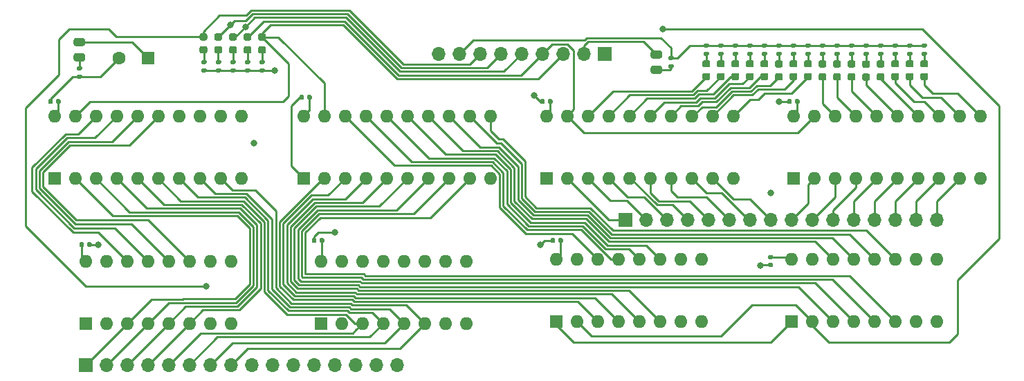
<source format=gbr>
%TF.GenerationSoftware,KiCad,Pcbnew,(5.1.10-1-10_14)*%
%TF.CreationDate,2021-09-30T18:38:52-04:00*%
%TF.ProjectId,address-register,61646472-6573-4732-9d72-656769737465,rev?*%
%TF.SameCoordinates,Original*%
%TF.FileFunction,Copper,L1,Top*%
%TF.FilePolarity,Positive*%
%FSLAX46Y46*%
G04 Gerber Fmt 4.6, Leading zero omitted, Abs format (unit mm)*
G04 Created by KiCad (PCBNEW (5.1.10-1-10_14)) date 2021-09-30 18:38:52*
%MOMM*%
%LPD*%
G01*
G04 APERTURE LIST*
%TA.AperFunction,ComponentPad*%
%ADD10O,1.600000X1.600000*%
%TD*%
%TA.AperFunction,ComponentPad*%
%ADD11R,1.600000X1.600000*%
%TD*%
%TA.AperFunction,ComponentPad*%
%ADD12C,1.600000*%
%TD*%
%TA.AperFunction,ComponentPad*%
%ADD13O,1.700000X1.700000*%
%TD*%
%TA.AperFunction,ComponentPad*%
%ADD14R,1.700000X1.700000*%
%TD*%
%TA.AperFunction,ViaPad*%
%ADD15C,0.800000*%
%TD*%
%TA.AperFunction,Conductor*%
%ADD16C,0.250000*%
%TD*%
G04 APERTURE END LIST*
D10*
%TO.P,U7,20*%
%TO.N,VCC*%
X226060000Y-182118000D03*
%TO.P,U7,10*%
%TO.N,GND*%
X248920000Y-189738000D03*
%TO.P,U7,19*%
%TO.N,~ADR_BUS_2*%
X228600000Y-182118000D03*
%TO.P,U7,9*%
%TO.N,BUS2_15*%
X246380000Y-189738000D03*
%TO.P,U7,18*%
%TO.N,Q8*%
X231140000Y-182118000D03*
%TO.P,U7,8*%
%TO.N,BUS2_14*%
X243840000Y-189738000D03*
%TO.P,U7,17*%
%TO.N,Q9*%
X233680000Y-182118000D03*
%TO.P,U7,7*%
%TO.N,BUS2_13*%
X241300000Y-189738000D03*
%TO.P,U7,16*%
%TO.N,Q10*%
X236220000Y-182118000D03*
%TO.P,U7,6*%
%TO.N,BUS2_12*%
X238760000Y-189738000D03*
%TO.P,U7,15*%
%TO.N,Q11*%
X238760000Y-182118000D03*
%TO.P,U7,5*%
%TO.N,BUS2_11*%
X236220000Y-189738000D03*
%TO.P,U7,14*%
%TO.N,Q12*%
X241300000Y-182118000D03*
%TO.P,U7,4*%
%TO.N,BUS2_10*%
X233680000Y-189738000D03*
%TO.P,U7,13*%
%TO.N,Q13*%
X243840000Y-182118000D03*
%TO.P,U7,3*%
%TO.N,BUS2_09*%
X231140000Y-189738000D03*
%TO.P,U7,12*%
%TO.N,Q14*%
X246380000Y-182118000D03*
%TO.P,U7,2*%
%TO.N,BUS2_08*%
X228600000Y-189738000D03*
%TO.P,U7,11*%
%TO.N,Q15*%
X248920000Y-182118000D03*
D11*
%TO.P,U7,1*%
%TO.N,GND*%
X226060000Y-189738000D03*
%TD*%
D10*
%TO.P,U6,20*%
%TO.N,VCC*%
X195834000Y-182118000D03*
%TO.P,U6,10*%
%TO.N,GND*%
X218694000Y-189738000D03*
%TO.P,U6,19*%
%TO.N,~ADR_BUS_2*%
X198374000Y-182118000D03*
%TO.P,U6,9*%
%TO.N,BUS2_07*%
X216154000Y-189738000D03*
%TO.P,U6,18*%
%TO.N,Q0*%
X200914000Y-182118000D03*
%TO.P,U6,8*%
%TO.N,BUS2_06*%
X213614000Y-189738000D03*
%TO.P,U6,17*%
%TO.N,Q1*%
X203454000Y-182118000D03*
%TO.P,U6,7*%
%TO.N,BUS2_05*%
X211074000Y-189738000D03*
%TO.P,U6,16*%
%TO.N,Q2*%
X205994000Y-182118000D03*
%TO.P,U6,6*%
%TO.N,BUS2_04*%
X208534000Y-189738000D03*
%TO.P,U6,15*%
%TO.N,Q3*%
X208534000Y-182118000D03*
%TO.P,U6,5*%
%TO.N,BUS2_03*%
X205994000Y-189738000D03*
%TO.P,U6,14*%
%TO.N,Q4*%
X211074000Y-182118000D03*
%TO.P,U6,4*%
%TO.N,BUS2_02*%
X203454000Y-189738000D03*
%TO.P,U6,13*%
%TO.N,Q5*%
X213614000Y-182118000D03*
%TO.P,U6,3*%
%TO.N,BUS2_01*%
X200914000Y-189738000D03*
%TO.P,U6,12*%
%TO.N,Q6*%
X216154000Y-182118000D03*
%TO.P,U6,2*%
%TO.N,BUS2_00*%
X198374000Y-189738000D03*
%TO.P,U6,11*%
%TO.N,Q7*%
X218694000Y-182118000D03*
D11*
%TO.P,U6,1*%
%TO.N,GND*%
X195834000Y-189738000D03*
%TD*%
D10*
%TO.P,U3,20*%
%TO.N,VCC*%
X166116000Y-182118000D03*
%TO.P,U3,10*%
%TO.N,GND*%
X188976000Y-189738000D03*
%TO.P,U3,19*%
%TO.N,~ADR_BUS_1*%
X168656000Y-182118000D03*
%TO.P,U3,9*%
%TO.N,BUS_15*%
X186436000Y-189738000D03*
%TO.P,U3,18*%
%TO.N,Q8*%
X171196000Y-182118000D03*
%TO.P,U3,8*%
%TO.N,BUS_14*%
X183896000Y-189738000D03*
%TO.P,U3,17*%
%TO.N,Q9*%
X173736000Y-182118000D03*
%TO.P,U3,7*%
%TO.N,BUS_13*%
X181356000Y-189738000D03*
%TO.P,U3,16*%
%TO.N,Q10*%
X176276000Y-182118000D03*
%TO.P,U3,6*%
%TO.N,BUS_12*%
X178816000Y-189738000D03*
%TO.P,U3,15*%
%TO.N,Q11*%
X178816000Y-182118000D03*
%TO.P,U3,5*%
%TO.N,BUS_11*%
X176276000Y-189738000D03*
%TO.P,U3,14*%
%TO.N,Q12*%
X181356000Y-182118000D03*
%TO.P,U3,4*%
%TO.N,BUS_10*%
X173736000Y-189738000D03*
%TO.P,U3,13*%
%TO.N,Q13*%
X183896000Y-182118000D03*
%TO.P,U3,3*%
%TO.N,BUS_09*%
X171196000Y-189738000D03*
%TO.P,U3,12*%
%TO.N,Q14*%
X186436000Y-182118000D03*
%TO.P,U3,2*%
%TO.N,BUS_08*%
X168656000Y-189738000D03*
%TO.P,U3,11*%
%TO.N,Q15*%
X188976000Y-182118000D03*
D11*
%TO.P,U3,1*%
%TO.N,GND*%
X166116000Y-189738000D03*
%TD*%
D10*
%TO.P,U2,20*%
%TO.N,VCC*%
X135636000Y-182118000D03*
%TO.P,U2,10*%
%TO.N,GND*%
X158496000Y-189738000D03*
%TO.P,U2,19*%
%TO.N,~ADR_BUS_1*%
X138176000Y-182118000D03*
%TO.P,U2,9*%
%TO.N,BUS_07*%
X155956000Y-189738000D03*
%TO.P,U2,18*%
%TO.N,Q0*%
X140716000Y-182118000D03*
%TO.P,U2,8*%
%TO.N,BUS_06*%
X153416000Y-189738000D03*
%TO.P,U2,17*%
%TO.N,Q1*%
X143256000Y-182118000D03*
%TO.P,U2,7*%
%TO.N,BUS_05*%
X150876000Y-189738000D03*
%TO.P,U2,16*%
%TO.N,Q2*%
X145796000Y-182118000D03*
%TO.P,U2,6*%
%TO.N,BUS_04*%
X148336000Y-189738000D03*
%TO.P,U2,15*%
%TO.N,Q3*%
X148336000Y-182118000D03*
%TO.P,U2,5*%
%TO.N,BUS_03*%
X145796000Y-189738000D03*
%TO.P,U2,14*%
%TO.N,Q4*%
X150876000Y-182118000D03*
%TO.P,U2,4*%
%TO.N,BUS_02*%
X143256000Y-189738000D03*
%TO.P,U2,13*%
%TO.N,Q5*%
X153416000Y-182118000D03*
%TO.P,U2,3*%
%TO.N,BUS_01*%
X140716000Y-189738000D03*
%TO.P,U2,12*%
%TO.N,Q6*%
X155956000Y-182118000D03*
%TO.P,U2,2*%
%TO.N,BUS_00*%
X138176000Y-189738000D03*
%TO.P,U2,11*%
%TO.N,Q7*%
X158496000Y-182118000D03*
D11*
%TO.P,U2,1*%
%TO.N,GND*%
X135636000Y-189738000D03*
%TD*%
D12*
%TO.P,C1,2*%
%TO.N,GND*%
X143566000Y-175006000D03*
D11*
%TO.P,C1,1*%
%TO.N,VCC*%
X147066000Y-175006000D03*
%TD*%
D13*
%TO.P,J3,16*%
%TO.N,BUS2_15*%
X243586000Y-194818000D03*
%TO.P,J3,15*%
%TO.N,BUS2_14*%
X241046000Y-194818000D03*
%TO.P,J3,14*%
%TO.N,BUS2_13*%
X238506000Y-194818000D03*
%TO.P,J3,13*%
%TO.N,BUS2_12*%
X235966000Y-194818000D03*
%TO.P,J3,12*%
%TO.N,BUS2_11*%
X233426000Y-194818000D03*
%TO.P,J3,11*%
%TO.N,BUS2_10*%
X230886000Y-194818000D03*
%TO.P,J3,10*%
%TO.N,BUS2_09*%
X228346000Y-194818000D03*
%TO.P,J3,9*%
%TO.N,BUS2_08*%
X225806000Y-194818000D03*
%TO.P,J3,8*%
%TO.N,BUS2_07*%
X223266000Y-194818000D03*
%TO.P,J3,7*%
%TO.N,BUS2_06*%
X220726000Y-194818000D03*
%TO.P,J3,6*%
%TO.N,BUS2_05*%
X218186000Y-194818000D03*
%TO.P,J3,5*%
%TO.N,BUS2_04*%
X215646000Y-194818000D03*
%TO.P,J3,4*%
%TO.N,BUS2_03*%
X213106000Y-194818000D03*
%TO.P,J3,3*%
%TO.N,BUS2_02*%
X210566000Y-194818000D03*
%TO.P,J3,2*%
%TO.N,BUS2_01*%
X208026000Y-194818000D03*
D14*
%TO.P,J3,1*%
%TO.N,BUS2_00*%
X205486000Y-194818000D03*
%TD*%
D13*
%TO.P,J2,16*%
%TO.N,BUS_15*%
X177546000Y-212598000D03*
%TO.P,J2,15*%
%TO.N,BUS_14*%
X175006000Y-212598000D03*
%TO.P,J2,14*%
%TO.N,BUS_13*%
X172466000Y-212598000D03*
%TO.P,J2,13*%
%TO.N,BUS_12*%
X169926000Y-212598000D03*
%TO.P,J2,12*%
%TO.N,BUS_11*%
X167386000Y-212598000D03*
%TO.P,J2,11*%
%TO.N,BUS_10*%
X164846000Y-212598000D03*
%TO.P,J2,10*%
%TO.N,BUS_09*%
X162306000Y-212598000D03*
%TO.P,J2,9*%
%TO.N,BUS_08*%
X159766000Y-212598000D03*
%TO.P,J2,8*%
%TO.N,BUS_07*%
X157226000Y-212598000D03*
%TO.P,J2,7*%
%TO.N,BUS_06*%
X154686000Y-212598000D03*
%TO.P,J2,6*%
%TO.N,BUS_05*%
X152146000Y-212598000D03*
%TO.P,J2,5*%
%TO.N,BUS_04*%
X149606000Y-212598000D03*
%TO.P,J2,4*%
%TO.N,BUS_03*%
X147066000Y-212598000D03*
%TO.P,J2,3*%
%TO.N,BUS_02*%
X144526000Y-212598000D03*
%TO.P,J2,2*%
%TO.N,BUS_01*%
X141986000Y-212598000D03*
D14*
%TO.P,J2,1*%
%TO.N,BUS_00*%
X139446000Y-212598000D03*
%TD*%
D10*
%TO.P,U8,16*%
%TO.N,VCC*%
X225806000Y-199636000D03*
%TO.P,U8,8*%
%TO.N,GND*%
X243586000Y-207256000D03*
%TO.P,U8,15*%
%TO.N,CARRY*%
X228346000Y-199636000D03*
%TO.P,U8,7*%
%TO.N,GND*%
X241046000Y-207256000D03*
%TO.P,U8,14*%
%TO.N,Q12*%
X230886000Y-199636000D03*
%TO.P,U8,6*%
%TO.N,BUS_15*%
X238506000Y-207256000D03*
%TO.P,U8,13*%
%TO.N,Q13*%
X233426000Y-199636000D03*
%TO.P,U8,5*%
%TO.N,BUS_14*%
X235966000Y-207256000D03*
%TO.P,U8,12*%
%TO.N,Q14*%
X235966000Y-199636000D03*
%TO.P,U8,4*%
%TO.N,BUS_13*%
X233426000Y-207256000D03*
%TO.P,U8,11*%
%TO.N,Q15*%
X238506000Y-199636000D03*
%TO.P,U8,3*%
%TO.N,BUS_12*%
X230886000Y-207256000D03*
%TO.P,U8,10*%
%TO.N,Net-(U5-Pad15)*%
X241046000Y-199636000D03*
%TO.P,U8,2*%
%TO.N,CLOCK*%
X228346000Y-207256000D03*
%TO.P,U8,9*%
%TO.N,~LOAD*%
X243586000Y-199636000D03*
D11*
%TO.P,U8,1*%
%TO.N,INC_DEC*%
X225806000Y-207256000D03*
%TD*%
D10*
%TO.P,U5,16*%
%TO.N,VCC*%
X197019332Y-199644000D03*
%TO.P,U5,8*%
%TO.N,GND*%
X214799332Y-207264000D03*
%TO.P,U5,15*%
%TO.N,Net-(U5-Pad15)*%
X199559332Y-199644000D03*
%TO.P,U5,7*%
%TO.N,GND*%
X212259332Y-207264000D03*
%TO.P,U5,14*%
%TO.N,Q8*%
X202099332Y-199644000D03*
%TO.P,U5,6*%
%TO.N,BUS_11*%
X209719332Y-207264000D03*
%TO.P,U5,13*%
%TO.N,Q9*%
X204639332Y-199644000D03*
%TO.P,U5,5*%
%TO.N,BUS_10*%
X207179332Y-207264000D03*
%TO.P,U5,12*%
%TO.N,Q10*%
X207179332Y-199644000D03*
%TO.P,U5,4*%
%TO.N,BUS_09*%
X204639332Y-207264000D03*
%TO.P,U5,11*%
%TO.N,Q11*%
X209719332Y-199644000D03*
%TO.P,U5,3*%
%TO.N,BUS_08*%
X202099332Y-207264000D03*
%TO.P,U5,10*%
%TO.N,Net-(U4-Pad15)*%
X212259332Y-199644000D03*
%TO.P,U5,2*%
%TO.N,CLOCK*%
X199559332Y-207264000D03*
%TO.P,U5,9*%
%TO.N,~LOAD*%
X214799332Y-199644000D03*
D11*
%TO.P,U5,1*%
%TO.N,INC_DEC*%
X197019332Y-207264000D03*
%TD*%
D10*
%TO.P,U4,16*%
%TO.N,VCC*%
X168232666Y-199898000D03*
%TO.P,U4,8*%
%TO.N,GND*%
X186012666Y-207518000D03*
%TO.P,U4,15*%
%TO.N,Net-(U4-Pad15)*%
X170772666Y-199898000D03*
%TO.P,U4,7*%
%TO.N,GND*%
X183472666Y-207518000D03*
%TO.P,U4,14*%
%TO.N,Q4*%
X173312666Y-199898000D03*
%TO.P,U4,6*%
%TO.N,BUS_07*%
X180932666Y-207518000D03*
%TO.P,U4,13*%
%TO.N,Q5*%
X175852666Y-199898000D03*
%TO.P,U4,5*%
%TO.N,BUS_06*%
X178392666Y-207518000D03*
%TO.P,U4,12*%
%TO.N,Q6*%
X178392666Y-199898000D03*
%TO.P,U4,4*%
%TO.N,BUS_05*%
X175852666Y-207518000D03*
%TO.P,U4,11*%
%TO.N,Q7*%
X180932666Y-199898000D03*
%TO.P,U4,3*%
%TO.N,BUS_04*%
X173312666Y-207518000D03*
%TO.P,U4,10*%
%TO.N,Net-(U1-Pad15)*%
X183472666Y-199898000D03*
%TO.P,U4,2*%
%TO.N,CLOCK*%
X170772666Y-207518000D03*
%TO.P,U4,9*%
%TO.N,~LOAD*%
X186012666Y-199898000D03*
D11*
%TO.P,U4,1*%
%TO.N,INC_DEC*%
X168232666Y-207518000D03*
%TD*%
D10*
%TO.P,U1,16*%
%TO.N,VCC*%
X139446000Y-199898000D03*
%TO.P,U1,8*%
%TO.N,GND*%
X157226000Y-207518000D03*
%TO.P,U1,15*%
%TO.N,Net-(U1-Pad15)*%
X141986000Y-199898000D03*
%TO.P,U1,7*%
%TO.N,~EN*%
X154686000Y-207518000D03*
%TO.P,U1,14*%
%TO.N,Q0*%
X144526000Y-199898000D03*
%TO.P,U1,6*%
%TO.N,BUS_03*%
X152146000Y-207518000D03*
%TO.P,U1,13*%
%TO.N,Q1*%
X147066000Y-199898000D03*
%TO.P,U1,5*%
%TO.N,BUS_02*%
X149606000Y-207518000D03*
%TO.P,U1,12*%
%TO.N,Q2*%
X149606000Y-199898000D03*
%TO.P,U1,4*%
%TO.N,BUS_01*%
X147066000Y-207518000D03*
%TO.P,U1,11*%
%TO.N,Q3*%
X152146000Y-199898000D03*
%TO.P,U1,3*%
%TO.N,BUS_00*%
X144526000Y-207518000D03*
%TO.P,U1,10*%
%TO.N,GND*%
X154686000Y-199898000D03*
%TO.P,U1,2*%
%TO.N,CLOCK*%
X141986000Y-207518000D03*
%TO.P,U1,9*%
%TO.N,~LOAD*%
X157226000Y-199898000D03*
D11*
%TO.P,U1,1*%
%TO.N,INC_DEC*%
X139446000Y-207518000D03*
%TD*%
%TO.P,R14,2*%
%TO.N,GND*%
%TA.AperFunction,SMDPad,CuDef*%
G36*
G01*
X211259000Y-175274000D02*
X210889000Y-175274000D01*
G75*
G02*
X210754000Y-175139000I0J135000D01*
G01*
X210754000Y-174869000D01*
G75*
G02*
X210889000Y-174734000I135000J0D01*
G01*
X211259000Y-174734000D01*
G75*
G02*
X211394000Y-174869000I0J-135000D01*
G01*
X211394000Y-175139000D01*
G75*
G02*
X211259000Y-175274000I-135000J0D01*
G01*
G37*
%TD.AperFunction*%
%TO.P,R14,1*%
%TO.N,Net-(D14-Pad1)*%
%TA.AperFunction,SMDPad,CuDef*%
G36*
G01*
X211259000Y-176294000D02*
X210889000Y-176294000D01*
G75*
G02*
X210754000Y-176159000I0J135000D01*
G01*
X210754000Y-175889000D01*
G75*
G02*
X210889000Y-175754000I135000J0D01*
G01*
X211259000Y-175754000D01*
G75*
G02*
X211394000Y-175889000I0J-135000D01*
G01*
X211394000Y-176159000D01*
G75*
G02*
X211259000Y-176294000I-135000J0D01*
G01*
G37*
%TD.AperFunction*%
%TD*%
%TO.P,R12,2*%
%TO.N,GND*%
%TA.AperFunction,SMDPad,CuDef*%
G36*
G01*
X160851000Y-176262000D02*
X161221000Y-176262000D01*
G75*
G02*
X161356000Y-176397000I0J-135000D01*
G01*
X161356000Y-176667000D01*
G75*
G02*
X161221000Y-176802000I-135000J0D01*
G01*
X160851000Y-176802000D01*
G75*
G02*
X160716000Y-176667000I0J135000D01*
G01*
X160716000Y-176397000D01*
G75*
G02*
X160851000Y-176262000I135000J0D01*
G01*
G37*
%TD.AperFunction*%
%TO.P,R12,1*%
%TO.N,Net-(D12-Pad1)*%
%TA.AperFunction,SMDPad,CuDef*%
G36*
G01*
X160851000Y-175242000D02*
X161221000Y-175242000D01*
G75*
G02*
X161356000Y-175377000I0J-135000D01*
G01*
X161356000Y-175647000D01*
G75*
G02*
X161221000Y-175782000I-135000J0D01*
G01*
X160851000Y-175782000D01*
G75*
G02*
X160716000Y-175647000I0J135000D01*
G01*
X160716000Y-175377000D01*
G75*
G02*
X160851000Y-175242000I135000J0D01*
G01*
G37*
%TD.AperFunction*%
%TD*%
%TO.P,R10,2*%
%TO.N,GND*%
%TA.AperFunction,SMDPad,CuDef*%
G36*
G01*
X159073000Y-176262000D02*
X159443000Y-176262000D01*
G75*
G02*
X159578000Y-176397000I0J-135000D01*
G01*
X159578000Y-176667000D01*
G75*
G02*
X159443000Y-176802000I-135000J0D01*
G01*
X159073000Y-176802000D01*
G75*
G02*
X158938000Y-176667000I0J135000D01*
G01*
X158938000Y-176397000D01*
G75*
G02*
X159073000Y-176262000I135000J0D01*
G01*
G37*
%TD.AperFunction*%
%TO.P,R10,1*%
%TO.N,Net-(D10-Pad1)*%
%TA.AperFunction,SMDPad,CuDef*%
G36*
G01*
X159073000Y-175242000D02*
X159443000Y-175242000D01*
G75*
G02*
X159578000Y-175377000I0J-135000D01*
G01*
X159578000Y-175647000D01*
G75*
G02*
X159443000Y-175782000I-135000J0D01*
G01*
X159073000Y-175782000D01*
G75*
G02*
X158938000Y-175647000I0J135000D01*
G01*
X158938000Y-175377000D01*
G75*
G02*
X159073000Y-175242000I135000J0D01*
G01*
G37*
%TD.AperFunction*%
%TD*%
%TO.P,R7,2*%
%TO.N,GND*%
%TA.AperFunction,SMDPad,CuDef*%
G36*
G01*
X157295000Y-176262000D02*
X157665000Y-176262000D01*
G75*
G02*
X157800000Y-176397000I0J-135000D01*
G01*
X157800000Y-176667000D01*
G75*
G02*
X157665000Y-176802000I-135000J0D01*
G01*
X157295000Y-176802000D01*
G75*
G02*
X157160000Y-176667000I0J135000D01*
G01*
X157160000Y-176397000D01*
G75*
G02*
X157295000Y-176262000I135000J0D01*
G01*
G37*
%TD.AperFunction*%
%TO.P,R7,1*%
%TO.N,Net-(D7-Pad1)*%
%TA.AperFunction,SMDPad,CuDef*%
G36*
G01*
X157295000Y-175242000D02*
X157665000Y-175242000D01*
G75*
G02*
X157800000Y-175377000I0J-135000D01*
G01*
X157800000Y-175647000D01*
G75*
G02*
X157665000Y-175782000I-135000J0D01*
G01*
X157295000Y-175782000D01*
G75*
G02*
X157160000Y-175647000I0J135000D01*
G01*
X157160000Y-175377000D01*
G75*
G02*
X157295000Y-175242000I135000J0D01*
G01*
G37*
%TD.AperFunction*%
%TD*%
%TO.P,R6,2*%
%TO.N,GND*%
%TA.AperFunction,SMDPad,CuDef*%
G36*
G01*
X138499000Y-177024000D02*
X138869000Y-177024000D01*
G75*
G02*
X139004000Y-177159000I0J-135000D01*
G01*
X139004000Y-177429000D01*
G75*
G02*
X138869000Y-177564000I-135000J0D01*
G01*
X138499000Y-177564000D01*
G75*
G02*
X138364000Y-177429000I0J135000D01*
G01*
X138364000Y-177159000D01*
G75*
G02*
X138499000Y-177024000I135000J0D01*
G01*
G37*
%TD.AperFunction*%
%TO.P,R6,1*%
%TO.N,Net-(D6-Pad1)*%
%TA.AperFunction,SMDPad,CuDef*%
G36*
G01*
X138499000Y-176004000D02*
X138869000Y-176004000D01*
G75*
G02*
X139004000Y-176139000I0J-135000D01*
G01*
X139004000Y-176409000D01*
G75*
G02*
X138869000Y-176544000I-135000J0D01*
G01*
X138499000Y-176544000D01*
G75*
G02*
X138364000Y-176409000I0J135000D01*
G01*
X138364000Y-176139000D01*
G75*
G02*
X138499000Y-176004000I135000J0D01*
G01*
G37*
%TD.AperFunction*%
%TD*%
%TO.P,R4,2*%
%TO.N,GND*%
%TA.AperFunction,SMDPad,CuDef*%
G36*
G01*
X155517000Y-176260000D02*
X155887000Y-176260000D01*
G75*
G02*
X156022000Y-176395000I0J-135000D01*
G01*
X156022000Y-176665000D01*
G75*
G02*
X155887000Y-176800000I-135000J0D01*
G01*
X155517000Y-176800000D01*
G75*
G02*
X155382000Y-176665000I0J135000D01*
G01*
X155382000Y-176395000D01*
G75*
G02*
X155517000Y-176260000I135000J0D01*
G01*
G37*
%TD.AperFunction*%
%TO.P,R4,1*%
%TO.N,Net-(D4-Pad1)*%
%TA.AperFunction,SMDPad,CuDef*%
G36*
G01*
X155517000Y-175240000D02*
X155887000Y-175240000D01*
G75*
G02*
X156022000Y-175375000I0J-135000D01*
G01*
X156022000Y-175645000D01*
G75*
G02*
X155887000Y-175780000I-135000J0D01*
G01*
X155517000Y-175780000D01*
G75*
G02*
X155382000Y-175645000I0J135000D01*
G01*
X155382000Y-175375000D01*
G75*
G02*
X155517000Y-175240000I135000J0D01*
G01*
G37*
%TD.AperFunction*%
%TD*%
%TO.P,R2,2*%
%TO.N,GND*%
%TA.AperFunction,SMDPad,CuDef*%
G36*
G01*
X153739000Y-176262000D02*
X154109000Y-176262000D01*
G75*
G02*
X154244000Y-176397000I0J-135000D01*
G01*
X154244000Y-176667000D01*
G75*
G02*
X154109000Y-176802000I-135000J0D01*
G01*
X153739000Y-176802000D01*
G75*
G02*
X153604000Y-176667000I0J135000D01*
G01*
X153604000Y-176397000D01*
G75*
G02*
X153739000Y-176262000I135000J0D01*
G01*
G37*
%TD.AperFunction*%
%TO.P,R2,1*%
%TO.N,Net-(D2-Pad1)*%
%TA.AperFunction,SMDPad,CuDef*%
G36*
G01*
X153739000Y-175242000D02*
X154109000Y-175242000D01*
G75*
G02*
X154244000Y-175377000I0J-135000D01*
G01*
X154244000Y-175647000D01*
G75*
G02*
X154109000Y-175782000I-135000J0D01*
G01*
X153739000Y-175782000D01*
G75*
G02*
X153604000Y-175647000I0J135000D01*
G01*
X153604000Y-175377000D01*
G75*
G02*
X153739000Y-175242000I135000J0D01*
G01*
G37*
%TD.AperFunction*%
%TD*%
D13*
%TO.P,J1,9*%
%TO.N,VCC*%
X182626000Y-174498000D03*
%TO.P,J1,8*%
%TO.N,GND*%
X185166000Y-174498000D03*
%TO.P,J1,7*%
%TO.N,~EN*%
X187706000Y-174498000D03*
%TO.P,J1,6*%
%TO.N,INC_DEC*%
X190246000Y-174498000D03*
%TO.P,J1,5*%
%TO.N,~LOAD*%
X192786000Y-174498000D03*
%TO.P,J1,4*%
%TO.N,~ADR_BUS_2*%
X195326000Y-174498000D03*
%TO.P,J1,3*%
%TO.N,~ADR_BUS_1*%
X197866000Y-174498000D03*
%TO.P,J1,2*%
%TO.N,CARRY*%
X200406000Y-174498000D03*
D14*
%TO.P,J1,1*%
%TO.N,CLOCK*%
X202946000Y-174498000D03*
%TD*%
%TO.P,D14,2*%
%TO.N,CARRY*%
%TA.AperFunction,SMDPad,CuDef*%
G36*
G01*
X209752250Y-175064000D02*
X208839750Y-175064000D01*
G75*
G02*
X208596000Y-174820250I0J243750D01*
G01*
X208596000Y-174332750D01*
G75*
G02*
X208839750Y-174089000I243750J0D01*
G01*
X209752250Y-174089000D01*
G75*
G02*
X209996000Y-174332750I0J-243750D01*
G01*
X209996000Y-174820250D01*
G75*
G02*
X209752250Y-175064000I-243750J0D01*
G01*
G37*
%TD.AperFunction*%
%TO.P,D14,1*%
%TO.N,Net-(D14-Pad1)*%
%TA.AperFunction,SMDPad,CuDef*%
G36*
G01*
X209752250Y-176939000D02*
X208839750Y-176939000D01*
G75*
G02*
X208596000Y-176695250I0J243750D01*
G01*
X208596000Y-176207750D01*
G75*
G02*
X208839750Y-175964000I243750J0D01*
G01*
X209752250Y-175964000D01*
G75*
G02*
X209996000Y-176207750I0J-243750D01*
G01*
X209996000Y-176695250D01*
G75*
G02*
X209752250Y-176939000I-243750J0D01*
G01*
G37*
%TD.AperFunction*%
%TD*%
%TO.P,D12,2*%
%TO.N,~ADR_BUS_1*%
%TA.AperFunction,SMDPad,CuDef*%
G36*
G01*
X161292250Y-172878000D02*
X160779750Y-172878000D01*
G75*
G02*
X160561000Y-172659250I0J218750D01*
G01*
X160561000Y-172221750D01*
G75*
G02*
X160779750Y-172003000I218750J0D01*
G01*
X161292250Y-172003000D01*
G75*
G02*
X161511000Y-172221750I0J-218750D01*
G01*
X161511000Y-172659250D01*
G75*
G02*
X161292250Y-172878000I-218750J0D01*
G01*
G37*
%TD.AperFunction*%
%TO.P,D12,1*%
%TO.N,Net-(D12-Pad1)*%
%TA.AperFunction,SMDPad,CuDef*%
G36*
G01*
X161292250Y-174453000D02*
X160779750Y-174453000D01*
G75*
G02*
X160561000Y-174234250I0J218750D01*
G01*
X160561000Y-173796750D01*
G75*
G02*
X160779750Y-173578000I218750J0D01*
G01*
X161292250Y-173578000D01*
G75*
G02*
X161511000Y-173796750I0J-218750D01*
G01*
X161511000Y-174234250D01*
G75*
G02*
X161292250Y-174453000I-218750J0D01*
G01*
G37*
%TD.AperFunction*%
%TD*%
%TO.P,D10,2*%
%TO.N,~ADR_BUS_2*%
%TA.AperFunction,SMDPad,CuDef*%
G36*
G01*
X159514250Y-172878000D02*
X159001750Y-172878000D01*
G75*
G02*
X158783000Y-172659250I0J218750D01*
G01*
X158783000Y-172221750D01*
G75*
G02*
X159001750Y-172003000I218750J0D01*
G01*
X159514250Y-172003000D01*
G75*
G02*
X159733000Y-172221750I0J-218750D01*
G01*
X159733000Y-172659250D01*
G75*
G02*
X159514250Y-172878000I-218750J0D01*
G01*
G37*
%TD.AperFunction*%
%TO.P,D10,1*%
%TO.N,Net-(D10-Pad1)*%
%TA.AperFunction,SMDPad,CuDef*%
G36*
G01*
X159514250Y-174453000D02*
X159001750Y-174453000D01*
G75*
G02*
X158783000Y-174234250I0J218750D01*
G01*
X158783000Y-173796750D01*
G75*
G02*
X159001750Y-173578000I218750J0D01*
G01*
X159514250Y-173578000D01*
G75*
G02*
X159733000Y-173796750I0J-218750D01*
G01*
X159733000Y-174234250D01*
G75*
G02*
X159514250Y-174453000I-218750J0D01*
G01*
G37*
%TD.AperFunction*%
%TD*%
%TO.P,D7,2*%
%TO.N,~LOAD*%
%TA.AperFunction,SMDPad,CuDef*%
G36*
G01*
X157736250Y-172878000D02*
X157223750Y-172878000D01*
G75*
G02*
X157005000Y-172659250I0J218750D01*
G01*
X157005000Y-172221750D01*
G75*
G02*
X157223750Y-172003000I218750J0D01*
G01*
X157736250Y-172003000D01*
G75*
G02*
X157955000Y-172221750I0J-218750D01*
G01*
X157955000Y-172659250D01*
G75*
G02*
X157736250Y-172878000I-218750J0D01*
G01*
G37*
%TD.AperFunction*%
%TO.P,D7,1*%
%TO.N,Net-(D7-Pad1)*%
%TA.AperFunction,SMDPad,CuDef*%
G36*
G01*
X157736250Y-174453000D02*
X157223750Y-174453000D01*
G75*
G02*
X157005000Y-174234250I0J218750D01*
G01*
X157005000Y-173796750D01*
G75*
G02*
X157223750Y-173578000I218750J0D01*
G01*
X157736250Y-173578000D01*
G75*
G02*
X157955000Y-173796750I0J-218750D01*
G01*
X157955000Y-174234250D01*
G75*
G02*
X157736250Y-174453000I-218750J0D01*
G01*
G37*
%TD.AperFunction*%
%TD*%
%TO.P,D6,2*%
%TO.N,VCC*%
%TA.AperFunction,SMDPad,CuDef*%
G36*
G01*
X139140250Y-173540000D02*
X138227750Y-173540000D01*
G75*
G02*
X137984000Y-173296250I0J243750D01*
G01*
X137984000Y-172808750D01*
G75*
G02*
X138227750Y-172565000I243750J0D01*
G01*
X139140250Y-172565000D01*
G75*
G02*
X139384000Y-172808750I0J-243750D01*
G01*
X139384000Y-173296250D01*
G75*
G02*
X139140250Y-173540000I-243750J0D01*
G01*
G37*
%TD.AperFunction*%
%TO.P,D6,1*%
%TO.N,Net-(D6-Pad1)*%
%TA.AperFunction,SMDPad,CuDef*%
G36*
G01*
X139140250Y-175415000D02*
X138227750Y-175415000D01*
G75*
G02*
X137984000Y-175171250I0J243750D01*
G01*
X137984000Y-174683750D01*
G75*
G02*
X138227750Y-174440000I243750J0D01*
G01*
X139140250Y-174440000D01*
G75*
G02*
X139384000Y-174683750I0J-243750D01*
G01*
X139384000Y-175171250D01*
G75*
G02*
X139140250Y-175415000I-243750J0D01*
G01*
G37*
%TD.AperFunction*%
%TD*%
%TO.P,D4,2*%
%TO.N,INC_DEC*%
%TA.AperFunction,SMDPad,CuDef*%
G36*
G01*
X155932750Y-172878000D02*
X155420250Y-172878000D01*
G75*
G02*
X155201500Y-172659250I0J218750D01*
G01*
X155201500Y-172221750D01*
G75*
G02*
X155420250Y-172003000I218750J0D01*
G01*
X155932750Y-172003000D01*
G75*
G02*
X156151500Y-172221750I0J-218750D01*
G01*
X156151500Y-172659250D01*
G75*
G02*
X155932750Y-172878000I-218750J0D01*
G01*
G37*
%TD.AperFunction*%
%TO.P,D4,1*%
%TO.N,Net-(D4-Pad1)*%
%TA.AperFunction,SMDPad,CuDef*%
G36*
G01*
X155932750Y-174453000D02*
X155420250Y-174453000D01*
G75*
G02*
X155201500Y-174234250I0J218750D01*
G01*
X155201500Y-173796750D01*
G75*
G02*
X155420250Y-173578000I218750J0D01*
G01*
X155932750Y-173578000D01*
G75*
G02*
X156151500Y-173796750I0J-218750D01*
G01*
X156151500Y-174234250D01*
G75*
G02*
X155932750Y-174453000I-218750J0D01*
G01*
G37*
%TD.AperFunction*%
%TD*%
%TO.P,D2,2*%
%TO.N,~EN*%
%TA.AperFunction,SMDPad,CuDef*%
G36*
G01*
X154120250Y-172866000D02*
X153607750Y-172866000D01*
G75*
G02*
X153389000Y-172647250I0J218750D01*
G01*
X153389000Y-172209750D01*
G75*
G02*
X153607750Y-171991000I218750J0D01*
G01*
X154120250Y-171991000D01*
G75*
G02*
X154339000Y-172209750I0J-218750D01*
G01*
X154339000Y-172647250D01*
G75*
G02*
X154120250Y-172866000I-218750J0D01*
G01*
G37*
%TD.AperFunction*%
%TO.P,D2,1*%
%TO.N,Net-(D2-Pad1)*%
%TA.AperFunction,SMDPad,CuDef*%
G36*
G01*
X154120250Y-174441000D02*
X153607750Y-174441000D01*
G75*
G02*
X153389000Y-174222250I0J218750D01*
G01*
X153389000Y-173784750D01*
G75*
G02*
X153607750Y-173566000I218750J0D01*
G01*
X154120250Y-173566000D01*
G75*
G02*
X154339000Y-173784750I0J-218750D01*
G01*
X154339000Y-174222250D01*
G75*
G02*
X154120250Y-174441000I-218750J0D01*
G01*
G37*
%TD.AperFunction*%
%TD*%
%TO.P,C9,2*%
%TO.N,GND*%
%TA.AperFunction,SMDPad,CuDef*%
G36*
G01*
X196904000Y-197188000D02*
X196904000Y-197528000D01*
G75*
G02*
X196764000Y-197668000I-140000J0D01*
G01*
X196484000Y-197668000D01*
G75*
G02*
X196344000Y-197528000I0J140000D01*
G01*
X196344000Y-197188000D01*
G75*
G02*
X196484000Y-197048000I140000J0D01*
G01*
X196764000Y-197048000D01*
G75*
G02*
X196904000Y-197188000I0J-140000D01*
G01*
G37*
%TD.AperFunction*%
%TO.P,C9,1*%
%TO.N,VCC*%
%TA.AperFunction,SMDPad,CuDef*%
G36*
G01*
X197864000Y-197188000D02*
X197864000Y-197528000D01*
G75*
G02*
X197724000Y-197668000I-140000J0D01*
G01*
X197444000Y-197668000D01*
G75*
G02*
X197304000Y-197528000I0J140000D01*
G01*
X197304000Y-197188000D01*
G75*
G02*
X197444000Y-197048000I140000J0D01*
G01*
X197724000Y-197048000D01*
G75*
G02*
X197864000Y-197188000I0J-140000D01*
G01*
G37*
%TD.AperFunction*%
%TD*%
%TO.P,C8,2*%
%TO.N,GND*%
%TA.AperFunction,SMDPad,CuDef*%
G36*
G01*
X167694000Y-197188000D02*
X167694000Y-197528000D01*
G75*
G02*
X167554000Y-197668000I-140000J0D01*
G01*
X167274000Y-197668000D01*
G75*
G02*
X167134000Y-197528000I0J140000D01*
G01*
X167134000Y-197188000D01*
G75*
G02*
X167274000Y-197048000I140000J0D01*
G01*
X167554000Y-197048000D01*
G75*
G02*
X167694000Y-197188000I0J-140000D01*
G01*
G37*
%TD.AperFunction*%
%TO.P,C8,1*%
%TO.N,VCC*%
%TA.AperFunction,SMDPad,CuDef*%
G36*
G01*
X168654000Y-197188000D02*
X168654000Y-197528000D01*
G75*
G02*
X168514000Y-197668000I-140000J0D01*
G01*
X168234000Y-197668000D01*
G75*
G02*
X168094000Y-197528000I0J140000D01*
G01*
X168094000Y-197188000D01*
G75*
G02*
X168234000Y-197048000I140000J0D01*
G01*
X168514000Y-197048000D01*
G75*
G02*
X168654000Y-197188000I0J-140000D01*
G01*
G37*
%TD.AperFunction*%
%TD*%
%TO.P,C7,2*%
%TO.N,GND*%
%TA.AperFunction,SMDPad,CuDef*%
G36*
G01*
X195634000Y-180170000D02*
X195634000Y-180510000D01*
G75*
G02*
X195494000Y-180650000I-140000J0D01*
G01*
X195214000Y-180650000D01*
G75*
G02*
X195074000Y-180510000I0J140000D01*
G01*
X195074000Y-180170000D01*
G75*
G02*
X195214000Y-180030000I140000J0D01*
G01*
X195494000Y-180030000D01*
G75*
G02*
X195634000Y-180170000I0J-140000D01*
G01*
G37*
%TD.AperFunction*%
%TO.P,C7,1*%
%TO.N,VCC*%
%TA.AperFunction,SMDPad,CuDef*%
G36*
G01*
X196594000Y-180170000D02*
X196594000Y-180510000D01*
G75*
G02*
X196454000Y-180650000I-140000J0D01*
G01*
X196174000Y-180650000D01*
G75*
G02*
X196034000Y-180510000I0J140000D01*
G01*
X196034000Y-180170000D01*
G75*
G02*
X196174000Y-180030000I140000J0D01*
G01*
X196454000Y-180030000D01*
G75*
G02*
X196594000Y-180170000I0J-140000D01*
G01*
G37*
%TD.AperFunction*%
%TD*%
%TO.P,C6,2*%
%TO.N,GND*%
%TA.AperFunction,SMDPad,CuDef*%
G36*
G01*
X166170000Y-179662000D02*
X166170000Y-180002000D01*
G75*
G02*
X166030000Y-180142000I-140000J0D01*
G01*
X165750000Y-180142000D01*
G75*
G02*
X165610000Y-180002000I0J140000D01*
G01*
X165610000Y-179662000D01*
G75*
G02*
X165750000Y-179522000I140000J0D01*
G01*
X166030000Y-179522000D01*
G75*
G02*
X166170000Y-179662000I0J-140000D01*
G01*
G37*
%TD.AperFunction*%
%TO.P,C6,1*%
%TO.N,VCC*%
%TA.AperFunction,SMDPad,CuDef*%
G36*
G01*
X167130000Y-179662000D02*
X167130000Y-180002000D01*
G75*
G02*
X166990000Y-180142000I-140000J0D01*
G01*
X166710000Y-180142000D01*
G75*
G02*
X166570000Y-180002000I0J140000D01*
G01*
X166570000Y-179662000D01*
G75*
G02*
X166710000Y-179522000I140000J0D01*
G01*
X166990000Y-179522000D01*
G75*
G02*
X167130000Y-179662000I0J-140000D01*
G01*
G37*
%TD.AperFunction*%
%TD*%
%TO.P,C5,2*%
%TO.N,GND*%
%TA.AperFunction,SMDPad,CuDef*%
G36*
G01*
X139646000Y-198036000D02*
X139646000Y-197696000D01*
G75*
G02*
X139786000Y-197556000I140000J0D01*
G01*
X140066000Y-197556000D01*
G75*
G02*
X140206000Y-197696000I0J-140000D01*
G01*
X140206000Y-198036000D01*
G75*
G02*
X140066000Y-198176000I-140000J0D01*
G01*
X139786000Y-198176000D01*
G75*
G02*
X139646000Y-198036000I0J140000D01*
G01*
G37*
%TD.AperFunction*%
%TO.P,C5,1*%
%TO.N,VCC*%
%TA.AperFunction,SMDPad,CuDef*%
G36*
G01*
X138686000Y-198036000D02*
X138686000Y-197696000D01*
G75*
G02*
X138826000Y-197556000I140000J0D01*
G01*
X139106000Y-197556000D01*
G75*
G02*
X139246000Y-197696000I0J-140000D01*
G01*
X139246000Y-198036000D01*
G75*
G02*
X139106000Y-198176000I-140000J0D01*
G01*
X138826000Y-198176000D01*
G75*
G02*
X138686000Y-198036000I0J140000D01*
G01*
G37*
%TD.AperFunction*%
%TD*%
%TO.P,C4,2*%
%TO.N,GND*%
%TA.AperFunction,SMDPad,CuDef*%
G36*
G01*
X135436000Y-180170000D02*
X135436000Y-180510000D01*
G75*
G02*
X135296000Y-180650000I-140000J0D01*
G01*
X135016000Y-180650000D01*
G75*
G02*
X134876000Y-180510000I0J140000D01*
G01*
X134876000Y-180170000D01*
G75*
G02*
X135016000Y-180030000I140000J0D01*
G01*
X135296000Y-180030000D01*
G75*
G02*
X135436000Y-180170000I0J-140000D01*
G01*
G37*
%TD.AperFunction*%
%TO.P,C4,1*%
%TO.N,VCC*%
%TA.AperFunction,SMDPad,CuDef*%
G36*
G01*
X136396000Y-180170000D02*
X136396000Y-180510000D01*
G75*
G02*
X136256000Y-180650000I-140000J0D01*
G01*
X135976000Y-180650000D01*
G75*
G02*
X135836000Y-180510000I0J140000D01*
G01*
X135836000Y-180170000D01*
G75*
G02*
X135976000Y-180030000I140000J0D01*
G01*
X136256000Y-180030000D01*
G75*
G02*
X136396000Y-180170000I0J-140000D01*
G01*
G37*
%TD.AperFunction*%
%TD*%
%TO.P,C3,2*%
%TO.N,GND*%
%TA.AperFunction,SMDPad,CuDef*%
G36*
G01*
X223096000Y-200070000D02*
X223436000Y-200070000D01*
G75*
G02*
X223576000Y-200210000I0J-140000D01*
G01*
X223576000Y-200490000D01*
G75*
G02*
X223436000Y-200630000I-140000J0D01*
G01*
X223096000Y-200630000D01*
G75*
G02*
X222956000Y-200490000I0J140000D01*
G01*
X222956000Y-200210000D01*
G75*
G02*
X223096000Y-200070000I140000J0D01*
G01*
G37*
%TD.AperFunction*%
%TO.P,C3,1*%
%TO.N,VCC*%
%TA.AperFunction,SMDPad,CuDef*%
G36*
G01*
X223096000Y-199110000D02*
X223436000Y-199110000D01*
G75*
G02*
X223576000Y-199250000I0J-140000D01*
G01*
X223576000Y-199530000D01*
G75*
G02*
X223436000Y-199670000I-140000J0D01*
G01*
X223096000Y-199670000D01*
G75*
G02*
X222956000Y-199530000I0J140000D01*
G01*
X222956000Y-199250000D01*
G75*
G02*
X223096000Y-199110000I140000J0D01*
G01*
G37*
%TD.AperFunction*%
%TD*%
%TO.P,C2,2*%
%TO.N,GND*%
%TA.AperFunction,SMDPad,CuDef*%
G36*
G01*
X225860000Y-180170000D02*
X225860000Y-180510000D01*
G75*
G02*
X225720000Y-180650000I-140000J0D01*
G01*
X225440000Y-180650000D01*
G75*
G02*
X225300000Y-180510000I0J140000D01*
G01*
X225300000Y-180170000D01*
G75*
G02*
X225440000Y-180030000I140000J0D01*
G01*
X225720000Y-180030000D01*
G75*
G02*
X225860000Y-180170000I0J-140000D01*
G01*
G37*
%TD.AperFunction*%
%TO.P,C2,1*%
%TO.N,VCC*%
%TA.AperFunction,SMDPad,CuDef*%
G36*
G01*
X226820000Y-180170000D02*
X226820000Y-180510000D01*
G75*
G02*
X226680000Y-180650000I-140000J0D01*
G01*
X226400000Y-180650000D01*
G75*
G02*
X226260000Y-180510000I0J140000D01*
G01*
X226260000Y-180170000D01*
G75*
G02*
X226400000Y-180030000I140000J0D01*
G01*
X226680000Y-180030000D01*
G75*
G02*
X226820000Y-180170000I0J-140000D01*
G01*
G37*
%TD.AperFunction*%
%TD*%
%TO.P,R5,2*%
%TO.N,GND*%
%TA.AperFunction,SMDPad,CuDef*%
G36*
G01*
X238691000Y-173748000D02*
X238321000Y-173748000D01*
G75*
G02*
X238186000Y-173613000I0J135000D01*
G01*
X238186000Y-173343000D01*
G75*
G02*
X238321000Y-173208000I135000J0D01*
G01*
X238691000Y-173208000D01*
G75*
G02*
X238826000Y-173343000I0J-135000D01*
G01*
X238826000Y-173613000D01*
G75*
G02*
X238691000Y-173748000I-135000J0D01*
G01*
G37*
%TD.AperFunction*%
%TO.P,R5,1*%
%TO.N,Net-(D5-Pad1)*%
%TA.AperFunction,SMDPad,CuDef*%
G36*
G01*
X238691000Y-174768000D02*
X238321000Y-174768000D01*
G75*
G02*
X238186000Y-174633000I0J135000D01*
G01*
X238186000Y-174363000D01*
G75*
G02*
X238321000Y-174228000I135000J0D01*
G01*
X238691000Y-174228000D01*
G75*
G02*
X238826000Y-174363000I0J-135000D01*
G01*
X238826000Y-174633000D01*
G75*
G02*
X238691000Y-174768000I-135000J0D01*
G01*
G37*
%TD.AperFunction*%
%TD*%
%TO.P,D1,2*%
%TO.N,Q15*%
%TA.AperFunction,SMDPad,CuDef*%
G36*
G01*
X241805750Y-176854500D02*
X242318250Y-176854500D01*
G75*
G02*
X242537000Y-177073250I0J-218750D01*
G01*
X242537000Y-177510750D01*
G75*
G02*
X242318250Y-177729500I-218750J0D01*
G01*
X241805750Y-177729500D01*
G75*
G02*
X241587000Y-177510750I0J218750D01*
G01*
X241587000Y-177073250D01*
G75*
G02*
X241805750Y-176854500I218750J0D01*
G01*
G37*
%TD.AperFunction*%
%TO.P,D1,1*%
%TO.N,Net-(D1-Pad1)*%
%TA.AperFunction,SMDPad,CuDef*%
G36*
G01*
X241805750Y-175279500D02*
X242318250Y-175279500D01*
G75*
G02*
X242537000Y-175498250I0J-218750D01*
G01*
X242537000Y-175935750D01*
G75*
G02*
X242318250Y-176154500I-218750J0D01*
G01*
X241805750Y-176154500D01*
G75*
G02*
X241587000Y-175935750I0J218750D01*
G01*
X241587000Y-175498250D01*
G75*
G02*
X241805750Y-175279500I218750J0D01*
G01*
G37*
%TD.AperFunction*%
%TD*%
%TO.P,D3,2*%
%TO.N,Q14*%
%TA.AperFunction,SMDPad,CuDef*%
G36*
G01*
X240027750Y-176854500D02*
X240540250Y-176854500D01*
G75*
G02*
X240759000Y-177073250I0J-218750D01*
G01*
X240759000Y-177510750D01*
G75*
G02*
X240540250Y-177729500I-218750J0D01*
G01*
X240027750Y-177729500D01*
G75*
G02*
X239809000Y-177510750I0J218750D01*
G01*
X239809000Y-177073250D01*
G75*
G02*
X240027750Y-176854500I218750J0D01*
G01*
G37*
%TD.AperFunction*%
%TO.P,D3,1*%
%TO.N,Net-(D3-Pad1)*%
%TA.AperFunction,SMDPad,CuDef*%
G36*
G01*
X240027750Y-175279500D02*
X240540250Y-175279500D01*
G75*
G02*
X240759000Y-175498250I0J-218750D01*
G01*
X240759000Y-175935750D01*
G75*
G02*
X240540250Y-176154500I-218750J0D01*
G01*
X240027750Y-176154500D01*
G75*
G02*
X239809000Y-175935750I0J218750D01*
G01*
X239809000Y-175498250D01*
G75*
G02*
X240027750Y-175279500I218750J0D01*
G01*
G37*
%TD.AperFunction*%
%TD*%
%TO.P,D5,2*%
%TO.N,Q13*%
%TA.AperFunction,SMDPad,CuDef*%
G36*
G01*
X238249750Y-176854500D02*
X238762250Y-176854500D01*
G75*
G02*
X238981000Y-177073250I0J-218750D01*
G01*
X238981000Y-177510750D01*
G75*
G02*
X238762250Y-177729500I-218750J0D01*
G01*
X238249750Y-177729500D01*
G75*
G02*
X238031000Y-177510750I0J218750D01*
G01*
X238031000Y-177073250D01*
G75*
G02*
X238249750Y-176854500I218750J0D01*
G01*
G37*
%TD.AperFunction*%
%TO.P,D5,1*%
%TO.N,Net-(D5-Pad1)*%
%TA.AperFunction,SMDPad,CuDef*%
G36*
G01*
X238249750Y-175279500D02*
X238762250Y-175279500D01*
G75*
G02*
X238981000Y-175498250I0J-218750D01*
G01*
X238981000Y-175935750D01*
G75*
G02*
X238762250Y-176154500I-218750J0D01*
G01*
X238249750Y-176154500D01*
G75*
G02*
X238031000Y-175935750I0J218750D01*
G01*
X238031000Y-175498250D01*
G75*
G02*
X238249750Y-175279500I218750J0D01*
G01*
G37*
%TD.AperFunction*%
%TD*%
%TO.P,D8,2*%
%TO.N,Q12*%
%TA.AperFunction,SMDPad,CuDef*%
G36*
G01*
X236471750Y-176880000D02*
X236984250Y-176880000D01*
G75*
G02*
X237203000Y-177098750I0J-218750D01*
G01*
X237203000Y-177536250D01*
G75*
G02*
X236984250Y-177755000I-218750J0D01*
G01*
X236471750Y-177755000D01*
G75*
G02*
X236253000Y-177536250I0J218750D01*
G01*
X236253000Y-177098750D01*
G75*
G02*
X236471750Y-176880000I218750J0D01*
G01*
G37*
%TD.AperFunction*%
%TO.P,D8,1*%
%TO.N,Net-(D8-Pad1)*%
%TA.AperFunction,SMDPad,CuDef*%
G36*
G01*
X236471750Y-175305000D02*
X236984250Y-175305000D01*
G75*
G02*
X237203000Y-175523750I0J-218750D01*
G01*
X237203000Y-175961250D01*
G75*
G02*
X236984250Y-176180000I-218750J0D01*
G01*
X236471750Y-176180000D01*
G75*
G02*
X236253000Y-175961250I0J218750D01*
G01*
X236253000Y-175523750D01*
G75*
G02*
X236471750Y-175305000I218750J0D01*
G01*
G37*
%TD.AperFunction*%
%TD*%
%TO.P,D9,2*%
%TO.N,Q11*%
%TA.AperFunction,SMDPad,CuDef*%
G36*
G01*
X234693750Y-176905500D02*
X235206250Y-176905500D01*
G75*
G02*
X235425000Y-177124250I0J-218750D01*
G01*
X235425000Y-177561750D01*
G75*
G02*
X235206250Y-177780500I-218750J0D01*
G01*
X234693750Y-177780500D01*
G75*
G02*
X234475000Y-177561750I0J218750D01*
G01*
X234475000Y-177124250D01*
G75*
G02*
X234693750Y-176905500I218750J0D01*
G01*
G37*
%TD.AperFunction*%
%TO.P,D9,1*%
%TO.N,Net-(D9-Pad1)*%
%TA.AperFunction,SMDPad,CuDef*%
G36*
G01*
X234693750Y-175330500D02*
X235206250Y-175330500D01*
G75*
G02*
X235425000Y-175549250I0J-218750D01*
G01*
X235425000Y-175986750D01*
G75*
G02*
X235206250Y-176205500I-218750J0D01*
G01*
X234693750Y-176205500D01*
G75*
G02*
X234475000Y-175986750I0J218750D01*
G01*
X234475000Y-175549250D01*
G75*
G02*
X234693750Y-175330500I218750J0D01*
G01*
G37*
%TD.AperFunction*%
%TD*%
%TO.P,R8,2*%
%TO.N,GND*%
%TA.AperFunction,SMDPad,CuDef*%
G36*
G01*
X236913000Y-173750000D02*
X236543000Y-173750000D01*
G75*
G02*
X236408000Y-173615000I0J135000D01*
G01*
X236408000Y-173345000D01*
G75*
G02*
X236543000Y-173210000I135000J0D01*
G01*
X236913000Y-173210000D01*
G75*
G02*
X237048000Y-173345000I0J-135000D01*
G01*
X237048000Y-173615000D01*
G75*
G02*
X236913000Y-173750000I-135000J0D01*
G01*
G37*
%TD.AperFunction*%
%TO.P,R8,1*%
%TO.N,Net-(D8-Pad1)*%
%TA.AperFunction,SMDPad,CuDef*%
G36*
G01*
X236913000Y-174770000D02*
X236543000Y-174770000D01*
G75*
G02*
X236408000Y-174635000I0J135000D01*
G01*
X236408000Y-174365000D01*
G75*
G02*
X236543000Y-174230000I135000J0D01*
G01*
X236913000Y-174230000D01*
G75*
G02*
X237048000Y-174365000I0J-135000D01*
G01*
X237048000Y-174635000D01*
G75*
G02*
X236913000Y-174770000I-135000J0D01*
G01*
G37*
%TD.AperFunction*%
%TD*%
%TO.P,D11,2*%
%TO.N,Q10*%
%TA.AperFunction,SMDPad,CuDef*%
G36*
G01*
X232915750Y-176880000D02*
X233428250Y-176880000D01*
G75*
G02*
X233647000Y-177098750I0J-218750D01*
G01*
X233647000Y-177536250D01*
G75*
G02*
X233428250Y-177755000I-218750J0D01*
G01*
X232915750Y-177755000D01*
G75*
G02*
X232697000Y-177536250I0J218750D01*
G01*
X232697000Y-177098750D01*
G75*
G02*
X232915750Y-176880000I218750J0D01*
G01*
G37*
%TD.AperFunction*%
%TO.P,D11,1*%
%TO.N,Net-(D11-Pad1)*%
%TA.AperFunction,SMDPad,CuDef*%
G36*
G01*
X232915750Y-175305000D02*
X233428250Y-175305000D01*
G75*
G02*
X233647000Y-175523750I0J-218750D01*
G01*
X233647000Y-175961250D01*
G75*
G02*
X233428250Y-176180000I-218750J0D01*
G01*
X232915750Y-176180000D01*
G75*
G02*
X232697000Y-175961250I0J218750D01*
G01*
X232697000Y-175523750D01*
G75*
G02*
X232915750Y-175305000I218750J0D01*
G01*
G37*
%TD.AperFunction*%
%TD*%
%TO.P,D13,2*%
%TO.N,Q9*%
%TA.AperFunction,SMDPad,CuDef*%
G36*
G01*
X231137750Y-176880000D02*
X231650250Y-176880000D01*
G75*
G02*
X231869000Y-177098750I0J-218750D01*
G01*
X231869000Y-177536250D01*
G75*
G02*
X231650250Y-177755000I-218750J0D01*
G01*
X231137750Y-177755000D01*
G75*
G02*
X230919000Y-177536250I0J218750D01*
G01*
X230919000Y-177098750D01*
G75*
G02*
X231137750Y-176880000I218750J0D01*
G01*
G37*
%TD.AperFunction*%
%TO.P,D13,1*%
%TO.N,Net-(D13-Pad1)*%
%TA.AperFunction,SMDPad,CuDef*%
G36*
G01*
X231137750Y-175305000D02*
X231650250Y-175305000D01*
G75*
G02*
X231869000Y-175523750I0J-218750D01*
G01*
X231869000Y-175961250D01*
G75*
G02*
X231650250Y-176180000I-218750J0D01*
G01*
X231137750Y-176180000D01*
G75*
G02*
X230919000Y-175961250I0J218750D01*
G01*
X230919000Y-175523750D01*
G75*
G02*
X231137750Y-175305000I218750J0D01*
G01*
G37*
%TD.AperFunction*%
%TD*%
%TO.P,D15,2*%
%TO.N,Q8*%
%TA.AperFunction,SMDPad,CuDef*%
G36*
G01*
X229359750Y-176880000D02*
X229872250Y-176880000D01*
G75*
G02*
X230091000Y-177098750I0J-218750D01*
G01*
X230091000Y-177536250D01*
G75*
G02*
X229872250Y-177755000I-218750J0D01*
G01*
X229359750Y-177755000D01*
G75*
G02*
X229141000Y-177536250I0J218750D01*
G01*
X229141000Y-177098750D01*
G75*
G02*
X229359750Y-176880000I218750J0D01*
G01*
G37*
%TD.AperFunction*%
%TO.P,D15,1*%
%TO.N,Net-(D15-Pad1)*%
%TA.AperFunction,SMDPad,CuDef*%
G36*
G01*
X229359750Y-175305000D02*
X229872250Y-175305000D01*
G75*
G02*
X230091000Y-175523750I0J-218750D01*
G01*
X230091000Y-175961250D01*
G75*
G02*
X229872250Y-176180000I-218750J0D01*
G01*
X229359750Y-176180000D01*
G75*
G02*
X229141000Y-175961250I0J218750D01*
G01*
X229141000Y-175523750D01*
G75*
G02*
X229359750Y-175305000I218750J0D01*
G01*
G37*
%TD.AperFunction*%
%TD*%
%TO.P,D16,2*%
%TO.N,Q7*%
%TA.AperFunction,SMDPad,CuDef*%
G36*
G01*
X227581750Y-176854500D02*
X228094250Y-176854500D01*
G75*
G02*
X228313000Y-177073250I0J-218750D01*
G01*
X228313000Y-177510750D01*
G75*
G02*
X228094250Y-177729500I-218750J0D01*
G01*
X227581750Y-177729500D01*
G75*
G02*
X227363000Y-177510750I0J218750D01*
G01*
X227363000Y-177073250D01*
G75*
G02*
X227581750Y-176854500I218750J0D01*
G01*
G37*
%TD.AperFunction*%
%TO.P,D16,1*%
%TO.N,Net-(D16-Pad1)*%
%TA.AperFunction,SMDPad,CuDef*%
G36*
G01*
X227581750Y-175279500D02*
X228094250Y-175279500D01*
G75*
G02*
X228313000Y-175498250I0J-218750D01*
G01*
X228313000Y-175935750D01*
G75*
G02*
X228094250Y-176154500I-218750J0D01*
G01*
X227581750Y-176154500D01*
G75*
G02*
X227363000Y-175935750I0J218750D01*
G01*
X227363000Y-175498250D01*
G75*
G02*
X227581750Y-175279500I218750J0D01*
G01*
G37*
%TD.AperFunction*%
%TD*%
%TO.P,D17,2*%
%TO.N,Q6*%
%TA.AperFunction,SMDPad,CuDef*%
G36*
G01*
X225803750Y-176854500D02*
X226316250Y-176854500D01*
G75*
G02*
X226535000Y-177073250I0J-218750D01*
G01*
X226535000Y-177510750D01*
G75*
G02*
X226316250Y-177729500I-218750J0D01*
G01*
X225803750Y-177729500D01*
G75*
G02*
X225585000Y-177510750I0J218750D01*
G01*
X225585000Y-177073250D01*
G75*
G02*
X225803750Y-176854500I218750J0D01*
G01*
G37*
%TD.AperFunction*%
%TO.P,D17,1*%
%TO.N,Net-(D17-Pad1)*%
%TA.AperFunction,SMDPad,CuDef*%
G36*
G01*
X225803750Y-175279500D02*
X226316250Y-175279500D01*
G75*
G02*
X226535000Y-175498250I0J-218750D01*
G01*
X226535000Y-175935750D01*
G75*
G02*
X226316250Y-176154500I-218750J0D01*
G01*
X225803750Y-176154500D01*
G75*
G02*
X225585000Y-175935750I0J218750D01*
G01*
X225585000Y-175498250D01*
G75*
G02*
X225803750Y-175279500I218750J0D01*
G01*
G37*
%TD.AperFunction*%
%TD*%
%TO.P,D18,2*%
%TO.N,Q5*%
%TA.AperFunction,SMDPad,CuDef*%
G36*
G01*
X224025750Y-176880000D02*
X224538250Y-176880000D01*
G75*
G02*
X224757000Y-177098750I0J-218750D01*
G01*
X224757000Y-177536250D01*
G75*
G02*
X224538250Y-177755000I-218750J0D01*
G01*
X224025750Y-177755000D01*
G75*
G02*
X223807000Y-177536250I0J218750D01*
G01*
X223807000Y-177098750D01*
G75*
G02*
X224025750Y-176880000I218750J0D01*
G01*
G37*
%TD.AperFunction*%
%TO.P,D18,1*%
%TO.N,Net-(D18-Pad1)*%
%TA.AperFunction,SMDPad,CuDef*%
G36*
G01*
X224025750Y-175305000D02*
X224538250Y-175305000D01*
G75*
G02*
X224757000Y-175523750I0J-218750D01*
G01*
X224757000Y-175961250D01*
G75*
G02*
X224538250Y-176180000I-218750J0D01*
G01*
X224025750Y-176180000D01*
G75*
G02*
X223807000Y-175961250I0J218750D01*
G01*
X223807000Y-175523750D01*
G75*
G02*
X224025750Y-175305000I218750J0D01*
G01*
G37*
%TD.AperFunction*%
%TD*%
%TO.P,D19,2*%
%TO.N,Q4*%
%TA.AperFunction,SMDPad,CuDef*%
G36*
G01*
X222247750Y-176854500D02*
X222760250Y-176854500D01*
G75*
G02*
X222979000Y-177073250I0J-218750D01*
G01*
X222979000Y-177510750D01*
G75*
G02*
X222760250Y-177729500I-218750J0D01*
G01*
X222247750Y-177729500D01*
G75*
G02*
X222029000Y-177510750I0J218750D01*
G01*
X222029000Y-177073250D01*
G75*
G02*
X222247750Y-176854500I218750J0D01*
G01*
G37*
%TD.AperFunction*%
%TO.P,D19,1*%
%TO.N,Net-(D19-Pad1)*%
%TA.AperFunction,SMDPad,CuDef*%
G36*
G01*
X222247750Y-175279500D02*
X222760250Y-175279500D01*
G75*
G02*
X222979000Y-175498250I0J-218750D01*
G01*
X222979000Y-175935750D01*
G75*
G02*
X222760250Y-176154500I-218750J0D01*
G01*
X222247750Y-176154500D01*
G75*
G02*
X222029000Y-175935750I0J218750D01*
G01*
X222029000Y-175498250D01*
G75*
G02*
X222247750Y-175279500I218750J0D01*
G01*
G37*
%TD.AperFunction*%
%TD*%
%TO.P,D20,2*%
%TO.N,Q3*%
%TA.AperFunction,SMDPad,CuDef*%
G36*
G01*
X220469750Y-176854500D02*
X220982250Y-176854500D01*
G75*
G02*
X221201000Y-177073250I0J-218750D01*
G01*
X221201000Y-177510750D01*
G75*
G02*
X220982250Y-177729500I-218750J0D01*
G01*
X220469750Y-177729500D01*
G75*
G02*
X220251000Y-177510750I0J218750D01*
G01*
X220251000Y-177073250D01*
G75*
G02*
X220469750Y-176854500I218750J0D01*
G01*
G37*
%TD.AperFunction*%
%TO.P,D20,1*%
%TO.N,Net-(D20-Pad1)*%
%TA.AperFunction,SMDPad,CuDef*%
G36*
G01*
X220469750Y-175279500D02*
X220982250Y-175279500D01*
G75*
G02*
X221201000Y-175498250I0J-218750D01*
G01*
X221201000Y-175935750D01*
G75*
G02*
X220982250Y-176154500I-218750J0D01*
G01*
X220469750Y-176154500D01*
G75*
G02*
X220251000Y-175935750I0J218750D01*
G01*
X220251000Y-175498250D01*
G75*
G02*
X220469750Y-175279500I218750J0D01*
G01*
G37*
%TD.AperFunction*%
%TD*%
%TO.P,D21,2*%
%TO.N,Q2*%
%TA.AperFunction,SMDPad,CuDef*%
G36*
G01*
X218691750Y-176854500D02*
X219204250Y-176854500D01*
G75*
G02*
X219423000Y-177073250I0J-218750D01*
G01*
X219423000Y-177510750D01*
G75*
G02*
X219204250Y-177729500I-218750J0D01*
G01*
X218691750Y-177729500D01*
G75*
G02*
X218473000Y-177510750I0J218750D01*
G01*
X218473000Y-177073250D01*
G75*
G02*
X218691750Y-176854500I218750J0D01*
G01*
G37*
%TD.AperFunction*%
%TO.P,D21,1*%
%TO.N,Net-(D21-Pad1)*%
%TA.AperFunction,SMDPad,CuDef*%
G36*
G01*
X218691750Y-175279500D02*
X219204250Y-175279500D01*
G75*
G02*
X219423000Y-175498250I0J-218750D01*
G01*
X219423000Y-175935750D01*
G75*
G02*
X219204250Y-176154500I-218750J0D01*
G01*
X218691750Y-176154500D01*
G75*
G02*
X218473000Y-175935750I0J218750D01*
G01*
X218473000Y-175498250D01*
G75*
G02*
X218691750Y-175279500I218750J0D01*
G01*
G37*
%TD.AperFunction*%
%TD*%
%TO.P,D22,2*%
%TO.N,Q1*%
%TA.AperFunction,SMDPad,CuDef*%
G36*
G01*
X216913750Y-176854500D02*
X217426250Y-176854500D01*
G75*
G02*
X217645000Y-177073250I0J-218750D01*
G01*
X217645000Y-177510750D01*
G75*
G02*
X217426250Y-177729500I-218750J0D01*
G01*
X216913750Y-177729500D01*
G75*
G02*
X216695000Y-177510750I0J218750D01*
G01*
X216695000Y-177073250D01*
G75*
G02*
X216913750Y-176854500I218750J0D01*
G01*
G37*
%TD.AperFunction*%
%TO.P,D22,1*%
%TO.N,Net-(D22-Pad1)*%
%TA.AperFunction,SMDPad,CuDef*%
G36*
G01*
X216913750Y-175279500D02*
X217426250Y-175279500D01*
G75*
G02*
X217645000Y-175498250I0J-218750D01*
G01*
X217645000Y-175935750D01*
G75*
G02*
X217426250Y-176154500I-218750J0D01*
G01*
X216913750Y-176154500D01*
G75*
G02*
X216695000Y-175935750I0J218750D01*
G01*
X216695000Y-175498250D01*
G75*
G02*
X216913750Y-175279500I218750J0D01*
G01*
G37*
%TD.AperFunction*%
%TD*%
%TO.P,D23,2*%
%TO.N,Q0*%
%TA.AperFunction,SMDPad,CuDef*%
G36*
G01*
X215135750Y-176854500D02*
X215648250Y-176854500D01*
G75*
G02*
X215867000Y-177073250I0J-218750D01*
G01*
X215867000Y-177510750D01*
G75*
G02*
X215648250Y-177729500I-218750J0D01*
G01*
X215135750Y-177729500D01*
G75*
G02*
X214917000Y-177510750I0J218750D01*
G01*
X214917000Y-177073250D01*
G75*
G02*
X215135750Y-176854500I218750J0D01*
G01*
G37*
%TD.AperFunction*%
%TO.P,D23,1*%
%TO.N,Net-(D23-Pad1)*%
%TA.AperFunction,SMDPad,CuDef*%
G36*
G01*
X215135750Y-175279500D02*
X215648250Y-175279500D01*
G75*
G02*
X215867000Y-175498250I0J-218750D01*
G01*
X215867000Y-175935750D01*
G75*
G02*
X215648250Y-176154500I-218750J0D01*
G01*
X215135750Y-176154500D01*
G75*
G02*
X214917000Y-175935750I0J218750D01*
G01*
X214917000Y-175498250D01*
G75*
G02*
X215135750Y-175279500I218750J0D01*
G01*
G37*
%TD.AperFunction*%
%TD*%
%TO.P,R1,2*%
%TO.N,GND*%
%TA.AperFunction,SMDPad,CuDef*%
G36*
G01*
X242247000Y-173752000D02*
X241877000Y-173752000D01*
G75*
G02*
X241742000Y-173617000I0J135000D01*
G01*
X241742000Y-173347000D01*
G75*
G02*
X241877000Y-173212000I135000J0D01*
G01*
X242247000Y-173212000D01*
G75*
G02*
X242382000Y-173347000I0J-135000D01*
G01*
X242382000Y-173617000D01*
G75*
G02*
X242247000Y-173752000I-135000J0D01*
G01*
G37*
%TD.AperFunction*%
%TO.P,R1,1*%
%TO.N,Net-(D1-Pad1)*%
%TA.AperFunction,SMDPad,CuDef*%
G36*
G01*
X242247000Y-174772000D02*
X241877000Y-174772000D01*
G75*
G02*
X241742000Y-174637000I0J135000D01*
G01*
X241742000Y-174367000D01*
G75*
G02*
X241877000Y-174232000I135000J0D01*
G01*
X242247000Y-174232000D01*
G75*
G02*
X242382000Y-174367000I0J-135000D01*
G01*
X242382000Y-174637000D01*
G75*
G02*
X242247000Y-174772000I-135000J0D01*
G01*
G37*
%TD.AperFunction*%
%TD*%
%TO.P,R3,2*%
%TO.N,GND*%
%TA.AperFunction,SMDPad,CuDef*%
G36*
G01*
X240469000Y-173748000D02*
X240099000Y-173748000D01*
G75*
G02*
X239964000Y-173613000I0J135000D01*
G01*
X239964000Y-173343000D01*
G75*
G02*
X240099000Y-173208000I135000J0D01*
G01*
X240469000Y-173208000D01*
G75*
G02*
X240604000Y-173343000I0J-135000D01*
G01*
X240604000Y-173613000D01*
G75*
G02*
X240469000Y-173748000I-135000J0D01*
G01*
G37*
%TD.AperFunction*%
%TO.P,R3,1*%
%TO.N,Net-(D3-Pad1)*%
%TA.AperFunction,SMDPad,CuDef*%
G36*
G01*
X240469000Y-174768000D02*
X240099000Y-174768000D01*
G75*
G02*
X239964000Y-174633000I0J135000D01*
G01*
X239964000Y-174363000D01*
G75*
G02*
X240099000Y-174228000I135000J0D01*
G01*
X240469000Y-174228000D01*
G75*
G02*
X240604000Y-174363000I0J-135000D01*
G01*
X240604000Y-174633000D01*
G75*
G02*
X240469000Y-174768000I-135000J0D01*
G01*
G37*
%TD.AperFunction*%
%TD*%
%TO.P,R9,2*%
%TO.N,GND*%
%TA.AperFunction,SMDPad,CuDef*%
G36*
G01*
X235135000Y-173752000D02*
X234765000Y-173752000D01*
G75*
G02*
X234630000Y-173617000I0J135000D01*
G01*
X234630000Y-173347000D01*
G75*
G02*
X234765000Y-173212000I135000J0D01*
G01*
X235135000Y-173212000D01*
G75*
G02*
X235270000Y-173347000I0J-135000D01*
G01*
X235270000Y-173617000D01*
G75*
G02*
X235135000Y-173752000I-135000J0D01*
G01*
G37*
%TD.AperFunction*%
%TO.P,R9,1*%
%TO.N,Net-(D9-Pad1)*%
%TA.AperFunction,SMDPad,CuDef*%
G36*
G01*
X235135000Y-174772000D02*
X234765000Y-174772000D01*
G75*
G02*
X234630000Y-174637000I0J135000D01*
G01*
X234630000Y-174367000D01*
G75*
G02*
X234765000Y-174232000I135000J0D01*
G01*
X235135000Y-174232000D01*
G75*
G02*
X235270000Y-174367000I0J-135000D01*
G01*
X235270000Y-174637000D01*
G75*
G02*
X235135000Y-174772000I-135000J0D01*
G01*
G37*
%TD.AperFunction*%
%TD*%
%TO.P,R11,2*%
%TO.N,GND*%
%TA.AperFunction,SMDPad,CuDef*%
G36*
G01*
X233357000Y-173752000D02*
X232987000Y-173752000D01*
G75*
G02*
X232852000Y-173617000I0J135000D01*
G01*
X232852000Y-173347000D01*
G75*
G02*
X232987000Y-173212000I135000J0D01*
G01*
X233357000Y-173212000D01*
G75*
G02*
X233492000Y-173347000I0J-135000D01*
G01*
X233492000Y-173617000D01*
G75*
G02*
X233357000Y-173752000I-135000J0D01*
G01*
G37*
%TD.AperFunction*%
%TO.P,R11,1*%
%TO.N,Net-(D11-Pad1)*%
%TA.AperFunction,SMDPad,CuDef*%
G36*
G01*
X233357000Y-174772000D02*
X232987000Y-174772000D01*
G75*
G02*
X232852000Y-174637000I0J135000D01*
G01*
X232852000Y-174367000D01*
G75*
G02*
X232987000Y-174232000I135000J0D01*
G01*
X233357000Y-174232000D01*
G75*
G02*
X233492000Y-174367000I0J-135000D01*
G01*
X233492000Y-174637000D01*
G75*
G02*
X233357000Y-174772000I-135000J0D01*
G01*
G37*
%TD.AperFunction*%
%TD*%
%TO.P,R13,2*%
%TO.N,GND*%
%TA.AperFunction,SMDPad,CuDef*%
G36*
G01*
X231579000Y-173750000D02*
X231209000Y-173750000D01*
G75*
G02*
X231074000Y-173615000I0J135000D01*
G01*
X231074000Y-173345000D01*
G75*
G02*
X231209000Y-173210000I135000J0D01*
G01*
X231579000Y-173210000D01*
G75*
G02*
X231714000Y-173345000I0J-135000D01*
G01*
X231714000Y-173615000D01*
G75*
G02*
X231579000Y-173750000I-135000J0D01*
G01*
G37*
%TD.AperFunction*%
%TO.P,R13,1*%
%TO.N,Net-(D13-Pad1)*%
%TA.AperFunction,SMDPad,CuDef*%
G36*
G01*
X231579000Y-174770000D02*
X231209000Y-174770000D01*
G75*
G02*
X231074000Y-174635000I0J135000D01*
G01*
X231074000Y-174365000D01*
G75*
G02*
X231209000Y-174230000I135000J0D01*
G01*
X231579000Y-174230000D01*
G75*
G02*
X231714000Y-174365000I0J-135000D01*
G01*
X231714000Y-174635000D01*
G75*
G02*
X231579000Y-174770000I-135000J0D01*
G01*
G37*
%TD.AperFunction*%
%TD*%
%TO.P,R15,2*%
%TO.N,GND*%
%TA.AperFunction,SMDPad,CuDef*%
G36*
G01*
X229801000Y-173750000D02*
X229431000Y-173750000D01*
G75*
G02*
X229296000Y-173615000I0J135000D01*
G01*
X229296000Y-173345000D01*
G75*
G02*
X229431000Y-173210000I135000J0D01*
G01*
X229801000Y-173210000D01*
G75*
G02*
X229936000Y-173345000I0J-135000D01*
G01*
X229936000Y-173615000D01*
G75*
G02*
X229801000Y-173750000I-135000J0D01*
G01*
G37*
%TD.AperFunction*%
%TO.P,R15,1*%
%TO.N,Net-(D15-Pad1)*%
%TA.AperFunction,SMDPad,CuDef*%
G36*
G01*
X229801000Y-174770000D02*
X229431000Y-174770000D01*
G75*
G02*
X229296000Y-174635000I0J135000D01*
G01*
X229296000Y-174365000D01*
G75*
G02*
X229431000Y-174230000I135000J0D01*
G01*
X229801000Y-174230000D01*
G75*
G02*
X229936000Y-174365000I0J-135000D01*
G01*
X229936000Y-174635000D01*
G75*
G02*
X229801000Y-174770000I-135000J0D01*
G01*
G37*
%TD.AperFunction*%
%TD*%
%TO.P,R16,2*%
%TO.N,GND*%
%TA.AperFunction,SMDPad,CuDef*%
G36*
G01*
X228023000Y-173750000D02*
X227653000Y-173750000D01*
G75*
G02*
X227518000Y-173615000I0J135000D01*
G01*
X227518000Y-173345000D01*
G75*
G02*
X227653000Y-173210000I135000J0D01*
G01*
X228023000Y-173210000D01*
G75*
G02*
X228158000Y-173345000I0J-135000D01*
G01*
X228158000Y-173615000D01*
G75*
G02*
X228023000Y-173750000I-135000J0D01*
G01*
G37*
%TD.AperFunction*%
%TO.P,R16,1*%
%TO.N,Net-(D16-Pad1)*%
%TA.AperFunction,SMDPad,CuDef*%
G36*
G01*
X228023000Y-174770000D02*
X227653000Y-174770000D01*
G75*
G02*
X227518000Y-174635000I0J135000D01*
G01*
X227518000Y-174365000D01*
G75*
G02*
X227653000Y-174230000I135000J0D01*
G01*
X228023000Y-174230000D01*
G75*
G02*
X228158000Y-174365000I0J-135000D01*
G01*
X228158000Y-174635000D01*
G75*
G02*
X228023000Y-174770000I-135000J0D01*
G01*
G37*
%TD.AperFunction*%
%TD*%
%TO.P,R17,2*%
%TO.N,GND*%
%TA.AperFunction,SMDPad,CuDef*%
G36*
G01*
X226245000Y-173750000D02*
X225875000Y-173750000D01*
G75*
G02*
X225740000Y-173615000I0J135000D01*
G01*
X225740000Y-173345000D01*
G75*
G02*
X225875000Y-173210000I135000J0D01*
G01*
X226245000Y-173210000D01*
G75*
G02*
X226380000Y-173345000I0J-135000D01*
G01*
X226380000Y-173615000D01*
G75*
G02*
X226245000Y-173750000I-135000J0D01*
G01*
G37*
%TD.AperFunction*%
%TO.P,R17,1*%
%TO.N,Net-(D17-Pad1)*%
%TA.AperFunction,SMDPad,CuDef*%
G36*
G01*
X226245000Y-174770000D02*
X225875000Y-174770000D01*
G75*
G02*
X225740000Y-174635000I0J135000D01*
G01*
X225740000Y-174365000D01*
G75*
G02*
X225875000Y-174230000I135000J0D01*
G01*
X226245000Y-174230000D01*
G75*
G02*
X226380000Y-174365000I0J-135000D01*
G01*
X226380000Y-174635000D01*
G75*
G02*
X226245000Y-174770000I-135000J0D01*
G01*
G37*
%TD.AperFunction*%
%TD*%
%TO.P,R18,2*%
%TO.N,GND*%
%TA.AperFunction,SMDPad,CuDef*%
G36*
G01*
X224467000Y-173750000D02*
X224097000Y-173750000D01*
G75*
G02*
X223962000Y-173615000I0J135000D01*
G01*
X223962000Y-173345000D01*
G75*
G02*
X224097000Y-173210000I135000J0D01*
G01*
X224467000Y-173210000D01*
G75*
G02*
X224602000Y-173345000I0J-135000D01*
G01*
X224602000Y-173615000D01*
G75*
G02*
X224467000Y-173750000I-135000J0D01*
G01*
G37*
%TD.AperFunction*%
%TO.P,R18,1*%
%TO.N,Net-(D18-Pad1)*%
%TA.AperFunction,SMDPad,CuDef*%
G36*
G01*
X224467000Y-174770000D02*
X224097000Y-174770000D01*
G75*
G02*
X223962000Y-174635000I0J135000D01*
G01*
X223962000Y-174365000D01*
G75*
G02*
X224097000Y-174230000I135000J0D01*
G01*
X224467000Y-174230000D01*
G75*
G02*
X224602000Y-174365000I0J-135000D01*
G01*
X224602000Y-174635000D01*
G75*
G02*
X224467000Y-174770000I-135000J0D01*
G01*
G37*
%TD.AperFunction*%
%TD*%
%TO.P,R19,2*%
%TO.N,GND*%
%TA.AperFunction,SMDPad,CuDef*%
G36*
G01*
X222689000Y-173752000D02*
X222319000Y-173752000D01*
G75*
G02*
X222184000Y-173617000I0J135000D01*
G01*
X222184000Y-173347000D01*
G75*
G02*
X222319000Y-173212000I135000J0D01*
G01*
X222689000Y-173212000D01*
G75*
G02*
X222824000Y-173347000I0J-135000D01*
G01*
X222824000Y-173617000D01*
G75*
G02*
X222689000Y-173752000I-135000J0D01*
G01*
G37*
%TD.AperFunction*%
%TO.P,R19,1*%
%TO.N,Net-(D19-Pad1)*%
%TA.AperFunction,SMDPad,CuDef*%
G36*
G01*
X222689000Y-174772000D02*
X222319000Y-174772000D01*
G75*
G02*
X222184000Y-174637000I0J135000D01*
G01*
X222184000Y-174367000D01*
G75*
G02*
X222319000Y-174232000I135000J0D01*
G01*
X222689000Y-174232000D01*
G75*
G02*
X222824000Y-174367000I0J-135000D01*
G01*
X222824000Y-174637000D01*
G75*
G02*
X222689000Y-174772000I-135000J0D01*
G01*
G37*
%TD.AperFunction*%
%TD*%
%TO.P,R20,2*%
%TO.N,GND*%
%TA.AperFunction,SMDPad,CuDef*%
G36*
G01*
X220911000Y-173750000D02*
X220541000Y-173750000D01*
G75*
G02*
X220406000Y-173615000I0J135000D01*
G01*
X220406000Y-173345000D01*
G75*
G02*
X220541000Y-173210000I135000J0D01*
G01*
X220911000Y-173210000D01*
G75*
G02*
X221046000Y-173345000I0J-135000D01*
G01*
X221046000Y-173615000D01*
G75*
G02*
X220911000Y-173750000I-135000J0D01*
G01*
G37*
%TD.AperFunction*%
%TO.P,R20,1*%
%TO.N,Net-(D20-Pad1)*%
%TA.AperFunction,SMDPad,CuDef*%
G36*
G01*
X220911000Y-174770000D02*
X220541000Y-174770000D01*
G75*
G02*
X220406000Y-174635000I0J135000D01*
G01*
X220406000Y-174365000D01*
G75*
G02*
X220541000Y-174230000I135000J0D01*
G01*
X220911000Y-174230000D01*
G75*
G02*
X221046000Y-174365000I0J-135000D01*
G01*
X221046000Y-174635000D01*
G75*
G02*
X220911000Y-174770000I-135000J0D01*
G01*
G37*
%TD.AperFunction*%
%TD*%
%TO.P,R21,2*%
%TO.N,GND*%
%TA.AperFunction,SMDPad,CuDef*%
G36*
G01*
X219133000Y-173752000D02*
X218763000Y-173752000D01*
G75*
G02*
X218628000Y-173617000I0J135000D01*
G01*
X218628000Y-173347000D01*
G75*
G02*
X218763000Y-173212000I135000J0D01*
G01*
X219133000Y-173212000D01*
G75*
G02*
X219268000Y-173347000I0J-135000D01*
G01*
X219268000Y-173617000D01*
G75*
G02*
X219133000Y-173752000I-135000J0D01*
G01*
G37*
%TD.AperFunction*%
%TO.P,R21,1*%
%TO.N,Net-(D21-Pad1)*%
%TA.AperFunction,SMDPad,CuDef*%
G36*
G01*
X219133000Y-174772000D02*
X218763000Y-174772000D01*
G75*
G02*
X218628000Y-174637000I0J135000D01*
G01*
X218628000Y-174367000D01*
G75*
G02*
X218763000Y-174232000I135000J0D01*
G01*
X219133000Y-174232000D01*
G75*
G02*
X219268000Y-174367000I0J-135000D01*
G01*
X219268000Y-174637000D01*
G75*
G02*
X219133000Y-174772000I-135000J0D01*
G01*
G37*
%TD.AperFunction*%
%TD*%
%TO.P,R22,2*%
%TO.N,GND*%
%TA.AperFunction,SMDPad,CuDef*%
G36*
G01*
X217355000Y-173748000D02*
X216985000Y-173748000D01*
G75*
G02*
X216850000Y-173613000I0J135000D01*
G01*
X216850000Y-173343000D01*
G75*
G02*
X216985000Y-173208000I135000J0D01*
G01*
X217355000Y-173208000D01*
G75*
G02*
X217490000Y-173343000I0J-135000D01*
G01*
X217490000Y-173613000D01*
G75*
G02*
X217355000Y-173748000I-135000J0D01*
G01*
G37*
%TD.AperFunction*%
%TO.P,R22,1*%
%TO.N,Net-(D22-Pad1)*%
%TA.AperFunction,SMDPad,CuDef*%
G36*
G01*
X217355000Y-174768000D02*
X216985000Y-174768000D01*
G75*
G02*
X216850000Y-174633000I0J135000D01*
G01*
X216850000Y-174363000D01*
G75*
G02*
X216985000Y-174228000I135000J0D01*
G01*
X217355000Y-174228000D01*
G75*
G02*
X217490000Y-174363000I0J-135000D01*
G01*
X217490000Y-174633000D01*
G75*
G02*
X217355000Y-174768000I-135000J0D01*
G01*
G37*
%TD.AperFunction*%
%TD*%
%TO.P,R23,2*%
%TO.N,GND*%
%TA.AperFunction,SMDPad,CuDef*%
G36*
G01*
X215577000Y-173748000D02*
X215207000Y-173748000D01*
G75*
G02*
X215072000Y-173613000I0J135000D01*
G01*
X215072000Y-173343000D01*
G75*
G02*
X215207000Y-173208000I135000J0D01*
G01*
X215577000Y-173208000D01*
G75*
G02*
X215712000Y-173343000I0J-135000D01*
G01*
X215712000Y-173613000D01*
G75*
G02*
X215577000Y-173748000I-135000J0D01*
G01*
G37*
%TD.AperFunction*%
%TO.P,R23,1*%
%TO.N,Net-(D23-Pad1)*%
%TA.AperFunction,SMDPad,CuDef*%
G36*
G01*
X215577000Y-174768000D02*
X215207000Y-174768000D01*
G75*
G02*
X215072000Y-174633000I0J135000D01*
G01*
X215072000Y-174363000D01*
G75*
G02*
X215207000Y-174228000I135000J0D01*
G01*
X215577000Y-174228000D01*
G75*
G02*
X215712000Y-174363000I0J-135000D01*
G01*
X215712000Y-174633000D01*
G75*
G02*
X215577000Y-174768000I-135000J0D01*
G01*
G37*
%TD.AperFunction*%
%TD*%
D15*
%TO.N,GND*%
X221996000Y-200406000D03*
X195072000Y-197866000D03*
X162560000Y-176530000D03*
X140970000Y-197866000D03*
X169926000Y-196342000D03*
X194310000Y-179578000D03*
X224282000Y-180340000D03*
%TO.N,CARRY*%
X223266000Y-191516000D03*
%TO.N,CLOCK*%
X210058000Y-171450000D03*
%TO.N,~EN*%
X154178000Y-202946000D03*
%TO.N,INC_DEC*%
X157200500Y-170916500D03*
%TO.N,~LOAD*%
X160020000Y-185420000D03*
X159004000Y-171196000D03*
%TD*%
D16*
%TO.N,GND*%
X141278000Y-177294000D02*
X143566000Y-175006000D01*
X138684000Y-177294000D02*
X141278000Y-177294000D01*
X137892000Y-177294000D02*
X135156000Y-180030000D01*
X135156000Y-180030000D02*
X135156000Y-180340000D01*
X138684000Y-177294000D02*
X137892000Y-177294000D01*
X165890000Y-179832000D02*
X165608000Y-179832000D01*
X165608000Y-179832000D02*
X164592000Y-180848000D01*
X164592000Y-188214000D02*
X166116000Y-189738000D01*
X164592000Y-180848000D02*
X164592000Y-188214000D01*
X242058000Y-173478000D02*
X242062000Y-173482000D01*
X215392000Y-173478000D02*
X242058000Y-173478000D01*
X211074000Y-175004000D02*
X211838000Y-175004000D01*
X213364000Y-173478000D02*
X215392000Y-173478000D01*
X211838000Y-175004000D02*
X213364000Y-173478000D01*
X223266000Y-200350000D02*
X222306000Y-200350000D01*
X222250000Y-200406000D02*
X221996000Y-200406000D01*
X222306000Y-200350000D02*
X222250000Y-200406000D01*
X196624000Y-197358000D02*
X195580000Y-197358000D01*
X195580000Y-197358000D02*
X195072000Y-197866000D01*
X153924000Y-176532000D02*
X161036000Y-176532000D01*
X161036000Y-176532000D02*
X162590000Y-176532000D01*
X200727600Y-172523989D02*
X200473598Y-172777991D01*
X211074000Y-175004000D02*
X211074000Y-173736000D01*
X186015999Y-173648001D02*
X185166000Y-174498000D01*
X200473598Y-172777991D02*
X186886009Y-172777991D01*
X211074000Y-173736000D02*
X209861989Y-172523989D01*
X209861989Y-172523989D02*
X200727600Y-172523989D01*
X186886009Y-172777991D02*
X186015999Y-173648001D01*
X162590000Y-176532000D02*
X162562000Y-176532000D01*
X162562000Y-176532000D02*
X162560000Y-176530000D01*
X139926000Y-197866000D02*
X140970000Y-197866000D01*
X167894000Y-196342000D02*
X169926000Y-196342000D01*
X167414000Y-196822000D02*
X167894000Y-196342000D01*
X167414000Y-197358000D02*
X167414000Y-196822000D01*
X195072000Y-180340000D02*
X194310000Y-179578000D01*
X195354000Y-180340000D02*
X195072000Y-180340000D01*
X225580000Y-180340000D02*
X224282000Y-180340000D01*
%TO.N,VCC*%
X168374000Y-199756666D02*
X168232666Y-199898000D01*
X168374000Y-197358000D02*
X168374000Y-199756666D01*
X138966000Y-199418000D02*
X139446000Y-199898000D01*
X138966000Y-197866000D02*
X138966000Y-199418000D01*
X136116000Y-181638000D02*
X135636000Y-182118000D01*
X136116000Y-180340000D02*
X136116000Y-181638000D01*
X145112500Y-173052500D02*
X147066000Y-175006000D01*
X138684000Y-173052500D02*
X145112500Y-173052500D01*
X225560000Y-199390000D02*
X225806000Y-199636000D01*
X223266000Y-199390000D02*
X225560000Y-199390000D01*
X197584000Y-199079332D02*
X197019332Y-199644000D01*
X197584000Y-197358000D02*
X197584000Y-199079332D01*
X196314000Y-181638000D02*
X195834000Y-182118000D01*
X196314000Y-180340000D02*
X196314000Y-181638000D01*
X226540000Y-181638000D02*
X226060000Y-182118000D01*
X226540000Y-180340000D02*
X226540000Y-181638000D01*
X166850000Y-181384000D02*
X166116000Y-182118000D01*
X166850000Y-179832000D02*
X166850000Y-181384000D01*
%TO.N,Net-(D1-Pad1)*%
X242062000Y-175717000D02*
X242062000Y-174502000D01*
%TO.N,Net-(D9-Pad1)*%
X234950000Y-174502000D02*
X234950000Y-175768000D01*
%TO.N,CARRY*%
X200406000Y-174498000D02*
X200406000Y-173482000D01*
X200406000Y-173482000D02*
X200914000Y-172974000D01*
X207693500Y-172974000D02*
X209296000Y-174576500D01*
X200914000Y-172974000D02*
X207693500Y-172974000D01*
%TO.N,CLOCK*%
X228346000Y-207256000D02*
X226322000Y-205232000D01*
X226322000Y-205232000D02*
X220980000Y-205232000D01*
X220980000Y-205232000D02*
X217170000Y-209042000D01*
X201337332Y-209042000D02*
X199559332Y-207264000D01*
X217170000Y-209042000D02*
X201337332Y-209042000D01*
X210058000Y-171450000D02*
X241808000Y-171450000D01*
X241808000Y-171450000D02*
X251206000Y-180848000D01*
X251206000Y-180848000D02*
X251206000Y-197104000D01*
X251206000Y-197104000D02*
X246126000Y-202184000D01*
X246126000Y-202184000D02*
X246126000Y-208788000D01*
X246126000Y-208788000D02*
X245110000Y-209804000D01*
X245110000Y-209804000D02*
X230378000Y-209804000D01*
X228346000Y-207772000D02*
X228346000Y-207256000D01*
X230378000Y-209804000D02*
X228346000Y-207772000D01*
%TO.N,BUS_00*%
X139446000Y-212598000D02*
X144526000Y-207518000D01*
X147516010Y-204527990D02*
X151326010Y-204527990D01*
X144526000Y-207518000D02*
X147516010Y-204527990D01*
X151326010Y-204527990D02*
X151384000Y-204470000D01*
X151384000Y-204470000D02*
X157734000Y-204470000D01*
X157734000Y-204470000D02*
X159512000Y-202692000D01*
X159512000Y-202692000D02*
X159512000Y-195834000D01*
X159512000Y-195834000D02*
X157988000Y-194310000D01*
X142748000Y-194310000D02*
X138176000Y-189738000D01*
X157988000Y-194310000D02*
X142748000Y-194310000D01*
%TO.N,BUS_01*%
X141986000Y-212598000D02*
X147066000Y-207518000D01*
X159962011Y-202878400D02*
X157862411Y-204978000D01*
X159962011Y-195647600D02*
X159962011Y-202878400D01*
X140716000Y-189738000D02*
X144837989Y-193859989D01*
X144837989Y-193859989D02*
X158174400Y-193859989D01*
X158174400Y-193859989D02*
X159962011Y-195647600D01*
X149606000Y-204978000D02*
X147066000Y-207518000D01*
X157862411Y-204978000D02*
X149606000Y-204978000D01*
%TO.N,BUS_02*%
X144526000Y-212598000D02*
X149606000Y-207518000D01*
X151695989Y-205428011D02*
X158048811Y-205428011D01*
X144055999Y-190537999D02*
X143256000Y-189738000D01*
X160412022Y-195461200D02*
X158360800Y-193409978D01*
X160412022Y-203064800D02*
X160412022Y-195461200D01*
X158048811Y-205428011D02*
X160412022Y-203064800D01*
X149606000Y-207518000D02*
X151695989Y-205428011D01*
X146927978Y-193409978D02*
X144055999Y-190537999D01*
X158360800Y-193409978D02*
X146927978Y-193409978D01*
%TO.N,BUS_03*%
X152146000Y-207518000D02*
X147066000Y-212598000D01*
X153785978Y-205878022D02*
X152146000Y-207518000D01*
X145796000Y-189738000D02*
X149017967Y-192959967D01*
X149017967Y-192959967D02*
X158547200Y-192959967D01*
X160862033Y-203251200D02*
X158235211Y-205878022D01*
X160862033Y-195274800D02*
X160862033Y-203251200D01*
X158547200Y-192959967D02*
X160862033Y-195274800D01*
X158235211Y-205878022D02*
X153785978Y-205878022D01*
%TO.N,BUS_04*%
X149606000Y-212598000D02*
X153496031Y-208707969D01*
X172122697Y-208707969D02*
X172512667Y-208317999D01*
X172512667Y-208317999D02*
X173312666Y-207518000D01*
X153496031Y-208707969D02*
X172122697Y-208707969D01*
X161312044Y-203618565D02*
X161312044Y-195088400D01*
X161312044Y-195088400D02*
X158733600Y-192509956D01*
X171312667Y-206392999D02*
X164086478Y-206392999D01*
X164086478Y-206392999D02*
X161312044Y-203618565D01*
X158733600Y-192509956D02*
X151107956Y-192509956D01*
X151107956Y-192509956D02*
X148336000Y-189738000D01*
X173312666Y-207518000D02*
X172437668Y-207518000D01*
X172437668Y-207518000D02*
X171312667Y-206392999D01*
%TO.N,BUS_05*%
X152146000Y-212598000D02*
X155586020Y-209157980D01*
X174212686Y-209157980D02*
X175852666Y-207518000D01*
X155586020Y-209157980D02*
X174212686Y-209157980D01*
X174510776Y-206176110D02*
X171732189Y-206176110D01*
X161762055Y-194902000D02*
X158920000Y-192059945D01*
X164272878Y-205942988D02*
X161762055Y-203432165D01*
X175852666Y-207518000D02*
X174510776Y-206176110D01*
X171732189Y-206176110D02*
X171499067Y-205942988D01*
X153197945Y-192059945D02*
X150876000Y-189738000D01*
X171499067Y-205942988D02*
X164272878Y-205942988D01*
X158920000Y-192059945D02*
X153197945Y-192059945D01*
X161762055Y-203432165D02*
X161762055Y-194902000D01*
%TO.N,BUS_06*%
X176048675Y-209861991D02*
X157422009Y-209861991D01*
X155535999Y-211748001D02*
X154686000Y-212598000D01*
X178392666Y-207518000D02*
X176048675Y-209861991D01*
X157422009Y-209861991D02*
X155535999Y-211748001D01*
X171685467Y-205492977D02*
X171918589Y-205726099D01*
X155287934Y-191609934D02*
X159106400Y-191609934D01*
X162270055Y-203303754D02*
X164459278Y-205492977D01*
X162270055Y-194773589D02*
X162270055Y-203303754D01*
X159106400Y-191609934D02*
X162270055Y-194773589D01*
X164459278Y-205492977D02*
X171685467Y-205492977D01*
X171918589Y-205726099D02*
X176600765Y-205726099D01*
X176600765Y-205726099D02*
X178392666Y-207518000D01*
X153416000Y-189738000D02*
X155287934Y-191609934D01*
%TO.N,BUS_07*%
X157226000Y-212598000D02*
X159258000Y-210566000D01*
X177884666Y-210566000D02*
X180932666Y-207518000D01*
X159258000Y-210566000D02*
X177884666Y-210566000D01*
X157377923Y-191159923D02*
X155956000Y-189738000D01*
X164645678Y-205042966D02*
X162720066Y-203117354D01*
X180932666Y-207518000D02*
X178690754Y-205276088D01*
X172104989Y-205276088D02*
X171871867Y-205042966D01*
X171871867Y-205042966D02*
X164645678Y-205042966D01*
X160171923Y-191159923D02*
X157377923Y-191159923D01*
X162720066Y-203117354D02*
X162720066Y-193708066D01*
X178690754Y-205276088D02*
X172104989Y-205276088D01*
X162720066Y-193708066D02*
X160171923Y-191159923D01*
%TO.N,BUS_08*%
X168519123Y-189738000D02*
X168656000Y-189738000D01*
X163170077Y-195087046D02*
X168519123Y-189738000D01*
X172291389Y-204826077D02*
X172058267Y-204592955D01*
X164832078Y-204592955D02*
X163170077Y-202930954D01*
X199661409Y-204826077D02*
X172291389Y-204826077D01*
X172058267Y-204592955D02*
X164832078Y-204592955D01*
X163170077Y-202930954D02*
X163170077Y-195087046D01*
X202099332Y-207264000D02*
X199661409Y-204826077D01*
%TO.N,BUS_09*%
X169128055Y-191805945D02*
X171196000Y-189738000D01*
X204639332Y-207264000D02*
X201751398Y-204376066D01*
X201751398Y-204376066D02*
X172477789Y-204376066D01*
X167087589Y-191805945D02*
X169128055Y-191805945D01*
X163620088Y-202744554D02*
X163620088Y-195273446D01*
X172477789Y-204376066D02*
X172244667Y-204142944D01*
X172244667Y-204142944D02*
X165018478Y-204142944D01*
X163620088Y-195273446D02*
X167087589Y-191805945D01*
X165018478Y-204142944D02*
X163620088Y-202744554D01*
%TO.N,BUS_10*%
X167273989Y-192255956D02*
X164070099Y-195459846D01*
X164070099Y-202558154D02*
X165204878Y-203692933D01*
X172431067Y-203692933D02*
X172664189Y-203926055D01*
X171218044Y-192255956D02*
X167273989Y-192255956D01*
X173736000Y-189738000D02*
X171218044Y-192255956D01*
X172664189Y-203926055D02*
X203841387Y-203926055D01*
X165204878Y-203692933D02*
X172431067Y-203692933D01*
X164070099Y-195459846D02*
X164070099Y-202558154D01*
X203841387Y-203926055D02*
X207179332Y-207264000D01*
%TO.N,BUS_11*%
X167460389Y-192705967D02*
X173308033Y-192705967D01*
X165391279Y-203242922D02*
X164520110Y-202371753D01*
X164520110Y-195646246D02*
X167460389Y-192705967D01*
X172617467Y-203242922D02*
X165391279Y-203242922D01*
X172850589Y-203476044D02*
X172617467Y-203242922D01*
X164520110Y-202371753D02*
X164520110Y-195646246D01*
X205931376Y-203476044D02*
X172850589Y-203476044D01*
X173308033Y-192705967D02*
X176276000Y-189738000D01*
X209719332Y-207264000D02*
X205931376Y-203476044D01*
%TO.N,BUS_12*%
X164970121Y-195832646D02*
X167646789Y-193155978D01*
X175398022Y-193155978D02*
X178816000Y-189738000D01*
X173036987Y-203026031D02*
X172803867Y-202792911D01*
X167646789Y-193155978D02*
X175398022Y-193155978D01*
X226656031Y-203026031D02*
X173036987Y-203026031D01*
X230886000Y-207256000D02*
X226656031Y-203026031D01*
X164970121Y-202185354D02*
X164970121Y-195832646D01*
X172803867Y-202792911D02*
X165577678Y-202792911D01*
X165577678Y-202792911D02*
X164970121Y-202185354D01*
%TO.N,BUS_13*%
X165420132Y-196019046D02*
X165420132Y-201998954D01*
X165420132Y-201998954D02*
X165764078Y-202342900D01*
X181356000Y-189738000D02*
X177488011Y-193605989D01*
X167833189Y-193605989D02*
X165420132Y-196019046D01*
X177488011Y-193605989D02*
X167833189Y-193605989D01*
X172990267Y-202342900D02*
X173223387Y-202576020D01*
X165764078Y-202342900D02*
X172990267Y-202342900D01*
X173223387Y-202576020D02*
X228746021Y-202576021D01*
X228746021Y-202576021D02*
X233426000Y-207256000D01*
%TO.N,BUS_14*%
X173176667Y-201892889D02*
X165950478Y-201892889D01*
X168019589Y-194056000D02*
X179578000Y-194056000D01*
X235966000Y-207256000D02*
X230836011Y-202126011D01*
X165870143Y-196205446D02*
X168019589Y-194056000D01*
X230836011Y-202126011D02*
X173409788Y-202126010D01*
X173409788Y-202126010D02*
X173176667Y-201892889D01*
X165870143Y-201812553D02*
X165870143Y-196205446D01*
X179578000Y-194056000D02*
X183896000Y-189738000D01*
X165950478Y-201892889D02*
X165870143Y-201812553D01*
%TO.N,BUS_15*%
X166320154Y-201442878D02*
X173474982Y-201442878D01*
X181610000Y-194564000D02*
X168148000Y-194564000D01*
X166320154Y-196391846D02*
X166320154Y-201442878D01*
X173708104Y-201676000D02*
X232926000Y-201676000D01*
X173474982Y-201442878D02*
X173708104Y-201676000D01*
X168148000Y-194564000D02*
X166320154Y-196391846D01*
X186436000Y-189738000D02*
X181610000Y-194564000D01*
X232926000Y-201676000D02*
X238506000Y-207256000D01*
%TO.N,BUS2_00*%
X203454000Y-194818000D02*
X205486000Y-194818000D01*
X198374000Y-189738000D02*
X203454000Y-194818000D01*
%TO.N,BUS2_01*%
X200914000Y-189738000D02*
X203650011Y-192474011D01*
X203650011Y-192474011D02*
X205682011Y-192474011D01*
X205682011Y-192474011D02*
X208026000Y-194818000D01*
%TO.N,BUS2_02*%
X203454000Y-189738000D02*
X205740000Y-192024000D01*
X205740000Y-192024000D02*
X207769178Y-192024000D01*
X207769178Y-192024000D02*
X210563178Y-194818000D01*
X210563178Y-194818000D02*
X210566000Y-194818000D01*
%TO.N,BUS2_03*%
X205994000Y-189738000D02*
X206119590Y-189738000D01*
X206119590Y-189738000D02*
X209363600Y-192982011D01*
X209363600Y-192982011D02*
X211270011Y-192982011D01*
X211270011Y-192982011D02*
X213106000Y-194818000D01*
%TO.N,BUS2_04*%
X208534000Y-189738000D02*
X208534000Y-191516000D01*
X208534000Y-191516000D02*
X209550000Y-192532000D01*
X213360000Y-192532000D02*
X215646000Y-194818000D01*
X209550000Y-192532000D02*
X213360000Y-192532000D01*
%TO.N,BUS2_05*%
X215392000Y-192024000D02*
X218186000Y-194818000D01*
X211074000Y-191262000D02*
X211836000Y-192024000D01*
X211836000Y-192024000D02*
X215392000Y-192024000D01*
X211074000Y-189738000D02*
X211074000Y-191262000D01*
%TO.N,BUS2_06*%
X215392000Y-191516000D02*
X217295590Y-191516000D01*
X220597590Y-194818000D02*
X220726000Y-194818000D01*
X213614000Y-189738000D02*
X215392000Y-191516000D01*
X217295590Y-191516000D02*
X220597590Y-194818000D01*
%TO.N,BUS2_07*%
X220726000Y-192278000D02*
X223266000Y-194818000D01*
X218694000Y-192278000D02*
X220726000Y-192278000D01*
X216154000Y-189738000D02*
X218694000Y-192278000D01*
%TO.N,BUS2_08*%
X225806000Y-194818000D02*
X227838000Y-192786000D01*
X227838000Y-190500000D02*
X228600000Y-189738000D01*
X227838000Y-192786000D02*
X227838000Y-190500000D01*
%TO.N,BUS2_09*%
X231140000Y-192024000D02*
X228346000Y-194818000D01*
X231140000Y-189738000D02*
X231140000Y-192024000D01*
%TO.N,BUS2_10*%
X233680000Y-189738000D02*
X233680000Y-190869370D01*
X230886000Y-193663370D02*
X230886000Y-194818000D01*
X233680000Y-190869370D02*
X230886000Y-193663370D01*
%TO.N,BUS2_11*%
X233426000Y-192532000D02*
X236220000Y-189738000D01*
X233426000Y-194818000D02*
X233426000Y-192532000D01*
%TO.N,BUS2_12*%
X238760000Y-189738000D02*
X235966000Y-192532000D01*
X235966000Y-192532000D02*
X235966000Y-194818000D01*
%TO.N,BUS2_13*%
X238506000Y-194818000D02*
X238506000Y-192532000D01*
X238506000Y-192532000D02*
X241300000Y-189738000D01*
%TO.N,BUS2_14*%
X243840000Y-189738000D02*
X241046000Y-192532000D01*
X241046000Y-192532000D02*
X241046000Y-194818000D01*
%TO.N,BUS2_15*%
X243586000Y-192532000D02*
X246380000Y-189738000D01*
X243586000Y-194818000D02*
X243586000Y-192532000D01*
%TO.N,Q0*%
X203962000Y-179070000D02*
X200914000Y-182118000D01*
X213614000Y-179070000D02*
X203962000Y-179070000D01*
X215392000Y-177292000D02*
X213614000Y-179070000D01*
X138510033Y-184323967D02*
X140716000Y-182118000D01*
X140970000Y-196342000D02*
X137922000Y-196342000D01*
X132899989Y-191319989D02*
X132899989Y-188410008D01*
X144526000Y-199898000D02*
X140970000Y-196342000D01*
X137922000Y-196342000D02*
X132899989Y-191319989D01*
X132899989Y-188410008D02*
X136986030Y-184323967D01*
X136986030Y-184323967D02*
X138510033Y-184323967D01*
%TO.N,Q1*%
X206051989Y-179520011D02*
X203454000Y-182118000D01*
X214308400Y-179012011D02*
X213800400Y-179520011D01*
X217170000Y-177292000D02*
X215449989Y-179012011D01*
X215449989Y-179012011D02*
X214308400Y-179012011D01*
X213800400Y-179520011D02*
X206051989Y-179520011D01*
X140600022Y-184773978D02*
X143256000Y-182118000D01*
X143002000Y-195834000D02*
X138050410Y-195834000D01*
X133350000Y-188596408D02*
X137172430Y-184773978D01*
X137172430Y-184773978D02*
X140600022Y-184773978D01*
X147066000Y-199898000D02*
X143002000Y-195834000D01*
X133350000Y-191133592D02*
X133350000Y-188596408D01*
X138050410Y-195834000D02*
X133350000Y-191133592D01*
%TO.N,Q2*%
X218413995Y-177292000D02*
X216243973Y-179462022D01*
X218948000Y-177292000D02*
X218413995Y-177292000D01*
X214494800Y-179462022D02*
X213986800Y-179970022D01*
X216243973Y-179462022D02*
X214494800Y-179462022D01*
X208141978Y-179970022D02*
X205994000Y-182118000D01*
X213986800Y-179970022D02*
X208141978Y-179970022D01*
X145034000Y-195326000D02*
X138178820Y-195326000D01*
X138178820Y-195326000D02*
X133800011Y-190947192D01*
X133800011Y-190947192D02*
X133800011Y-188782808D01*
X133800011Y-188782808D02*
X137358830Y-185223989D01*
X137358830Y-185223989D02*
X142690011Y-185223989D01*
X142690011Y-185223989D02*
X145796000Y-182118000D01*
X149606000Y-199898000D02*
X145034000Y-195326000D01*
%TO.N,Q3*%
X220726000Y-177292000D02*
X219848022Y-178169978D01*
X219848022Y-178169978D02*
X218172427Y-178169978D01*
X218172427Y-178169978D02*
X216430373Y-179912033D01*
X214173200Y-180420033D02*
X210231967Y-180420033D01*
X216430373Y-179912033D02*
X214681200Y-179912033D01*
X210231967Y-180420033D02*
X208534000Y-182118000D01*
X214681200Y-179912033D02*
X214173200Y-180420033D01*
X144780000Y-185674000D02*
X148336000Y-182118000D01*
X134250022Y-188969208D02*
X137545230Y-185674000D01*
X134250022Y-190760792D02*
X134250022Y-188969208D01*
X138307230Y-194818000D02*
X134250022Y-190760792D01*
X147066000Y-194818000D02*
X138307230Y-194818000D01*
X152146000Y-199898000D02*
X147066000Y-194818000D01*
X137545230Y-185674000D02*
X144780000Y-185674000D01*
%TO.N,Q4*%
X212321956Y-180870044D02*
X211074000Y-182118000D01*
X214867600Y-180362044D02*
X214359600Y-180870044D01*
X214359600Y-180870044D02*
X212321956Y-180870044D01*
X216616773Y-180362044D02*
X214867600Y-180362044D01*
X218358827Y-178619989D02*
X216616773Y-180362044D01*
X222504000Y-177292000D02*
X221993178Y-177292000D01*
X220665189Y-178619989D02*
X218358827Y-178619989D01*
X221993178Y-177292000D02*
X220665189Y-178619989D01*
%TO.N,Q5*%
X216622228Y-180992999D02*
X214873056Y-180992999D01*
X213748055Y-182118000D02*
X213614000Y-182118000D01*
X220851589Y-179070000D02*
X218545227Y-179070000D01*
X221555600Y-178365989D02*
X220851589Y-179070000D01*
X223233511Y-178365989D02*
X221555600Y-178365989D01*
X218545227Y-179070000D02*
X216622228Y-180992999D01*
X224282000Y-177317500D02*
X223233511Y-178365989D01*
X214873056Y-180992999D02*
X213748055Y-182118000D01*
%TO.N,Q6*%
X226060000Y-177729500D02*
X224973500Y-178816000D01*
X226060000Y-177292000D02*
X226060000Y-177729500D01*
X224973500Y-178816000D02*
X221741999Y-178816000D01*
X221741999Y-178816000D02*
X221037989Y-179520010D01*
X221037989Y-179520010D02*
X218731627Y-179520010D01*
X216154000Y-182097637D02*
X216154000Y-182118000D01*
X218731627Y-179520010D02*
X216154000Y-182097637D01*
%TO.N,Q7*%
X227838000Y-177292000D02*
X225806000Y-179324000D01*
X225806000Y-179324000D02*
X222504000Y-179324000D01*
X222504000Y-179324000D02*
X221742000Y-180086000D01*
X220726000Y-180086000D02*
X218694000Y-182118000D01*
X221742000Y-180086000D02*
X220726000Y-180086000D01*
%TO.N,Q8*%
X229616000Y-180594000D02*
X231140000Y-182118000D01*
X229616000Y-177317500D02*
X229616000Y-180594000D01*
X177256055Y-188178055D02*
X189059992Y-188178055D01*
X198957399Y-196502067D02*
X202099332Y-199644000D01*
X190101001Y-193285878D02*
X193317190Y-196502067D01*
X189059992Y-188178055D02*
X190101001Y-189219064D01*
X193317190Y-196502067D02*
X198957399Y-196502067D01*
X171196000Y-182118000D02*
X177256055Y-188178055D01*
X190101001Y-189219064D02*
X190101001Y-193285878D01*
%TO.N,Q9*%
X231394000Y-179832000D02*
X233680000Y-182118000D01*
X231394000Y-177317500D02*
X231394000Y-179832000D01*
X179346044Y-187728044D02*
X174535999Y-182917999D01*
X174535999Y-182917999D02*
X173736000Y-182118000D01*
X204639332Y-199644000D02*
X203699534Y-199644000D01*
X203699534Y-199644000D02*
X200107590Y-196052056D01*
X190551012Y-193099478D02*
X190551012Y-189032664D01*
X189246392Y-187728044D02*
X179346044Y-187728044D01*
X193503590Y-196052056D02*
X190551012Y-193099478D01*
X190551012Y-189032664D02*
X189246392Y-187728044D01*
X200107590Y-196052056D02*
X193503590Y-196052056D01*
%TO.N,Q10*%
X233172000Y-179070000D02*
X236220000Y-182118000D01*
X233172000Y-177317500D02*
X233172000Y-179070000D01*
X191001023Y-192913078D02*
X193689990Y-195602045D01*
X189432796Y-187278033D02*
X191001023Y-188846260D01*
X181436033Y-187278033D02*
X189432796Y-187278033D01*
X191001023Y-188846260D02*
X191001023Y-192913078D01*
X176276000Y-182118000D02*
X181436033Y-187278033D01*
X203087989Y-198396044D02*
X205931376Y-198396044D01*
X200293990Y-195602045D02*
X203087989Y-198396044D01*
X205931376Y-198396044D02*
X207179332Y-199644000D01*
X193689990Y-195602045D02*
X200293990Y-195602045D01*
%TO.N,Q11*%
X234950000Y-178308000D02*
X238760000Y-182118000D01*
X234950000Y-177343000D02*
X234950000Y-178308000D01*
X189619196Y-186828022D02*
X183526022Y-186828022D01*
X191451034Y-188659860D02*
X189619196Y-186828022D01*
X183526022Y-186828022D02*
X178816000Y-182118000D01*
X191451034Y-192726678D02*
X191451034Y-188659860D01*
X193876390Y-195152034D02*
X191451034Y-192726678D01*
X208021365Y-197946033D02*
X203274389Y-197946033D01*
X209719332Y-199644000D02*
X208021365Y-197946033D01*
X200480390Y-195152034D02*
X193876390Y-195152034D01*
X203274389Y-197946033D02*
X200480390Y-195152034D01*
%TO.N,Q12*%
X236728000Y-177546000D02*
X241300000Y-182118000D01*
X236728000Y-177317500D02*
X236728000Y-177546000D01*
X189805600Y-186378011D02*
X191901045Y-188473456D01*
X203460789Y-197496022D02*
X228746022Y-197496022D01*
X228746022Y-197496022D02*
X230886000Y-199636000D01*
X181356000Y-182118000D02*
X185616011Y-186378011D01*
X185616011Y-186378011D02*
X189805600Y-186378011D01*
X191901045Y-188473456D02*
X191901045Y-192540278D01*
X200666790Y-194702023D02*
X203460789Y-197496022D01*
X194062790Y-194702023D02*
X200666790Y-194702023D01*
X191901045Y-192540278D02*
X194062790Y-194702023D01*
%TO.N,Q13*%
X238506000Y-177292000D02*
X238506000Y-178054000D01*
X238506000Y-178054000D02*
X240792000Y-180340000D01*
X242062000Y-180340000D02*
X243840000Y-182118000D01*
X240792000Y-180340000D02*
X242062000Y-180340000D01*
X192351055Y-192353877D02*
X192351055Y-188287056D01*
X189992000Y-185928000D02*
X187706000Y-185928000D01*
X187706000Y-185928000D02*
X183896000Y-182118000D01*
X192351055Y-188287056D02*
X189992000Y-185928000D01*
X230836011Y-197046011D02*
X203647189Y-197046011D01*
X233426000Y-199636000D02*
X230836011Y-197046011D01*
X200853190Y-194252012D02*
X194249190Y-194252012D01*
X194249190Y-194252012D02*
X192351055Y-192353877D01*
X203647189Y-197046011D02*
X200853190Y-194252012D01*
%TO.N,Q14*%
X240284000Y-177292000D02*
X240284000Y-178308000D01*
X240284000Y-178308000D02*
X241808000Y-179832000D01*
X244094000Y-179832000D02*
X246380000Y-182118000D01*
X241808000Y-179832000D02*
X244094000Y-179832000D01*
X194435590Y-193802001D02*
X201039590Y-193802001D01*
X192801067Y-187975067D02*
X192801067Y-192167477D01*
X186436000Y-182118000D02*
X189738000Y-185420000D01*
X192801067Y-192167477D02*
X194435590Y-193802001D01*
X201039590Y-193802001D02*
X203833589Y-196596000D01*
X189738000Y-185420000D02*
X190246000Y-185420000D01*
X232926000Y-196596000D02*
X235966000Y-199636000D01*
X190246000Y-185420000D02*
X192801067Y-187975067D01*
X203833589Y-196596000D02*
X232926000Y-196596000D01*
%TO.N,Q15*%
X242062000Y-177292000D02*
X242062000Y-178308000D01*
X242062000Y-178308000D02*
X243078000Y-179324000D01*
X246126000Y-179324000D02*
X248920000Y-182118000D01*
X243078000Y-179324000D02*
X246126000Y-179324000D01*
X193251078Y-187663078D02*
X190500000Y-184912000D01*
X193251078Y-191981077D02*
X193251078Y-187663078D01*
X238506000Y-199636000D02*
X234958000Y-196088000D01*
X194621990Y-193351990D02*
X193251078Y-191981077D01*
X188976000Y-183896000D02*
X188976000Y-182118000D01*
X189992000Y-184912000D02*
X188976000Y-183896000D01*
X201225989Y-193351990D02*
X194621990Y-193351990D01*
X190500000Y-184912000D02*
X189992000Y-184912000D01*
X203961999Y-196088000D02*
X201225989Y-193351990D01*
X234958000Y-196088000D02*
X203961999Y-196088000D01*
%TO.N,Net-(D2-Pad1)*%
X153924000Y-175512000D02*
X153924000Y-174063500D01*
%TO.N,Net-(D3-Pad1)*%
X240284000Y-174498000D02*
X240284000Y-175717000D01*
%TO.N,Net-(D4-Pad1)*%
X155676500Y-174015500D02*
X155676500Y-175484500D01*
%TO.N,Net-(D5-Pad1)*%
X238506000Y-174498000D02*
X238506000Y-175717000D01*
%TO.N,Net-(D6-Pad1)*%
X138684000Y-176274000D02*
X138684000Y-174927500D01*
%TO.N,Net-(D7-Pad1)*%
X157480000Y-175512000D02*
X157480000Y-174015500D01*
%TO.N,Net-(D8-Pad1)*%
X236728000Y-175742500D02*
X236728000Y-174500000D01*
%TO.N,Net-(D10-Pad1)*%
X159258000Y-175512000D02*
X159258000Y-174015500D01*
%TO.N,Net-(D11-Pad1)*%
X233172000Y-175742500D02*
X233172000Y-174752000D01*
X233172000Y-174752000D02*
X233172000Y-174502000D01*
%TO.N,Net-(D12-Pad1)*%
X161036000Y-174015500D02*
X161036000Y-175512000D01*
%TO.N,Net-(D13-Pad1)*%
X231394000Y-174500000D02*
X231394000Y-175742500D01*
%TO.N,Net-(D14-Pad1)*%
X211074000Y-176024000D02*
X211074000Y-176276000D01*
X210898500Y-176451500D02*
X209296000Y-176451500D01*
X211074000Y-176276000D02*
X210898500Y-176451500D01*
%TO.N,Net-(D15-Pad1)*%
X229616000Y-175742500D02*
X229616000Y-174500000D01*
%TO.N,Net-(D16-Pad1)*%
X227838000Y-174500000D02*
X227838000Y-175717000D01*
%TO.N,Net-(D17-Pad1)*%
X226060000Y-175717000D02*
X226060000Y-174500000D01*
%TO.N,Net-(D18-Pad1)*%
X224282000Y-174500000D02*
X224282000Y-175742500D01*
%TO.N,Net-(D19-Pad1)*%
X222504000Y-175717000D02*
X222504000Y-174502000D01*
%TO.N,Net-(D20-Pad1)*%
X220726000Y-174500000D02*
X220726000Y-175717000D01*
%TO.N,Net-(D21-Pad1)*%
X218948000Y-175717000D02*
X218948000Y-174502000D01*
%TO.N,Net-(D22-Pad1)*%
X217170000Y-174498000D02*
X217170000Y-175717000D01*
%TO.N,Net-(D23-Pad1)*%
X215392000Y-175717000D02*
X215392000Y-174498000D01*
%TO.N,~EN*%
X153864000Y-172428500D02*
X143218500Y-172428500D01*
X143218500Y-172428500D02*
X142240000Y-171450000D01*
X142240000Y-171450000D02*
X137414000Y-171450000D01*
X137414000Y-171450000D02*
X136144000Y-172720000D01*
X136144000Y-172720000D02*
X136144000Y-177038000D01*
X136144000Y-177038000D02*
X132080000Y-181102000D01*
X132080000Y-181102000D02*
X132080000Y-195580000D01*
X132080000Y-195580000D02*
X139446000Y-202946000D01*
X139446000Y-202946000D02*
X154178000Y-202946000D01*
X159074224Y-169787978D02*
X159720246Y-169141956D01*
X186458044Y-175745956D02*
X187706000Y-174498000D01*
X155840022Y-169787978D02*
X159074224Y-169787978D01*
X159720246Y-169141956D02*
X171687600Y-169141956D01*
X153864000Y-172428500D02*
X153864000Y-171764000D01*
X153864000Y-171764000D02*
X155840022Y-169787978D01*
X171687600Y-169141956D02*
X178291600Y-175745956D01*
X178291600Y-175745956D02*
X186458044Y-175745956D01*
%TO.N,INC_DEC*%
X157200500Y-170916500D02*
X155676500Y-172440500D01*
X197019332Y-207264000D02*
X197019332Y-207687332D01*
X197019332Y-207687332D02*
X199136000Y-209804000D01*
X223258000Y-209804000D02*
X225806000Y-207256000D01*
X199136000Y-209804000D02*
X223258000Y-209804000D01*
X159906645Y-169591967D02*
X159027613Y-170470999D01*
X188548033Y-176195967D02*
X178105200Y-176195967D01*
X178105200Y-176195967D02*
X171501200Y-169591967D01*
X190246000Y-174498000D02*
X188548033Y-176195967D01*
X171501200Y-169591967D02*
X159906645Y-169591967D01*
X157646001Y-170470999D02*
X157200500Y-170916500D01*
X159027613Y-170470999D02*
X157646001Y-170470999D01*
%TO.N,~LOAD*%
X190638022Y-176645978D02*
X192786000Y-174498000D01*
X159004000Y-171196000D02*
X160093046Y-170041978D01*
X177918800Y-176645978D02*
X190638022Y-176645978D01*
X160093046Y-170041978D02*
X171314800Y-170041978D01*
X157480000Y-172440500D02*
X157694524Y-172440500D01*
X171314800Y-170041978D02*
X177918800Y-176645978D01*
X157694524Y-172440500D02*
X159004000Y-171196000D01*
%TO.N,~ADR_BUS_2*%
X192728011Y-177095989D02*
X177732399Y-177095989D01*
X195326000Y-174498000D02*
X192728011Y-177095989D01*
X171128400Y-170491989D02*
X161206511Y-170491989D01*
X161206511Y-170491989D02*
X159258000Y-172440500D01*
X177732399Y-177095989D02*
X171128400Y-170491989D01*
X198430001Y-173322999D02*
X196501001Y-173322999D01*
X199173999Y-174066997D02*
X198430001Y-173322999D01*
X196501001Y-173322999D02*
X195326000Y-174498000D01*
X199173999Y-181318001D02*
X199173999Y-174066997D01*
X198374000Y-182118000D02*
X199173999Y-181318001D01*
X198374000Y-182118000D02*
X200406000Y-184150000D01*
X226568000Y-184150000D02*
X228600000Y-182118000D01*
X200406000Y-184150000D02*
X226568000Y-184150000D01*
%TO.N,~ADR_BUS_1*%
X161036000Y-172440500D02*
X161036000Y-171958000D01*
X162052000Y-170942000D02*
X170942000Y-170942000D01*
X177546000Y-177546000D02*
X194818000Y-177546000D01*
X170942000Y-170942000D02*
X177546000Y-177546000D01*
X161036000Y-171958000D02*
X162052000Y-170942000D01*
X194818000Y-177546000D02*
X197866000Y-174498000D01*
X138176000Y-182118000D02*
X139954000Y-180340000D01*
X163633004Y-180340000D02*
X164301002Y-179672002D01*
X164301002Y-179672002D02*
X164301002Y-175705502D01*
X164301002Y-175705502D02*
X161036000Y-172440500D01*
X139954000Y-180340000D02*
X163633004Y-180340000D01*
X168656000Y-182118000D02*
X168656000Y-178054000D01*
X163042500Y-172440500D02*
X161036000Y-172440500D01*
X168656000Y-178054000D02*
X163042500Y-172440500D01*
%TD*%
M02*

</source>
